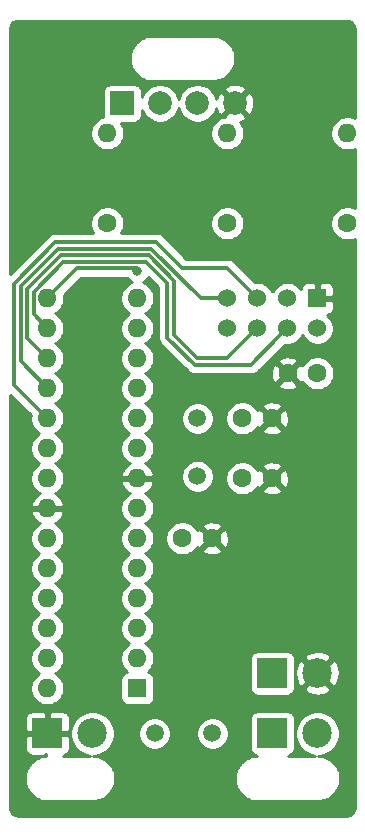
<source format=gbr>
G04 #@! TF.GenerationSoftware,KiCad,Pcbnew,5.1.5-52549c5~84~ubuntu18.04.1*
G04 #@! TF.CreationDate,2020-01-02T13:16:35+00:00*
G04 #@! TF.ProjectId,receiver,72656365-6976-4657-922e-6b696361645f,rev?*
G04 #@! TF.SameCoordinates,Original*
G04 #@! TF.FileFunction,Copper,L2,Bot*
G04 #@! TF.FilePolarity,Positive*
%FSLAX46Y46*%
G04 Gerber Fmt 4.6, Leading zero omitted, Abs format (unit mm)*
G04 Created by KiCad (PCBNEW 5.1.5-52549c5~84~ubuntu18.04.1) date 2020-01-02 13:16:35*
%MOMM*%
%LPD*%
G04 APERTURE LIST*
%ADD10C,1.600000*%
%ADD11R,1.524000X1.524000*%
%ADD12C,1.524000*%
%ADD13R,1.600000X1.600000*%
%ADD14O,1.600000X1.600000*%
%ADD15R,2.499360X2.499360*%
%ADD16C,2.499360*%
%ADD17C,1.500000*%
%ADD18C,1.998980*%
%ADD19R,1.998980X1.998980*%
%ADD20C,0.800000*%
%ADD21C,0.350000*%
%ADD22C,0.254000*%
G04 APERTURE END LIST*
D10*
X121880000Y-107950000D03*
X119380000Y-107950000D03*
D11*
X130810000Y-87630000D03*
D12*
X130810000Y-90170000D03*
X128270000Y-87630000D03*
X128270000Y-90170000D03*
X125730000Y-87630000D03*
X125730000Y-90170000D03*
X123190000Y-87630000D03*
X123190000Y-90170000D03*
D13*
X115570000Y-120650000D03*
D14*
X107950000Y-87630000D03*
X115570000Y-118110000D03*
X107950000Y-90170000D03*
X115570000Y-115570000D03*
X107950000Y-92710000D03*
X115570000Y-113030000D03*
X107950000Y-95250000D03*
X115570000Y-110490000D03*
X107950000Y-97790000D03*
X115570000Y-107950000D03*
X107950000Y-100330000D03*
X115570000Y-105410000D03*
X107950000Y-102870000D03*
X115570000Y-102870000D03*
X107950000Y-105410000D03*
X115570000Y-100330000D03*
X107950000Y-107950000D03*
X115570000Y-97790000D03*
X107950000Y-110490000D03*
X115570000Y-95250000D03*
X107950000Y-113030000D03*
X115570000Y-92710000D03*
X107950000Y-115570000D03*
X115570000Y-90170000D03*
X107950000Y-118110000D03*
X115570000Y-87630000D03*
X107950000Y-120650000D03*
D10*
X126960000Y-102870000D03*
X124460000Y-102870000D03*
X124460000Y-97790000D03*
X126960000Y-97790000D03*
X130810000Y-93980000D03*
X128310000Y-93980000D03*
D15*
X107950000Y-124460000D03*
D16*
X111760000Y-124460000D03*
D15*
X127000000Y-124460000D03*
D16*
X130810000Y-124460000D03*
X130810000Y-119380000D03*
D15*
X127000000Y-119380000D03*
D17*
X120650000Y-102690000D03*
X120650000Y-97790000D03*
X121920000Y-124460000D03*
X117020000Y-124460000D03*
D18*
X123825000Y-71120000D03*
X120650000Y-71120000D03*
X117475000Y-71120000D03*
D19*
X114300000Y-71120000D03*
D10*
X113030000Y-81280000D03*
D14*
X113030000Y-73660000D03*
X123190000Y-73660000D03*
D10*
X123190000Y-81280000D03*
X133350000Y-81280000D03*
D14*
X133350000Y-73660000D03*
D20*
X115570000Y-85314992D03*
D21*
X106774999Y-88994999D02*
X107950000Y-90170000D01*
X106774999Y-87065999D02*
X106774999Y-88994999D01*
X109301007Y-84539990D02*
X106774999Y-87065999D01*
X118110000Y-86359999D02*
X116289991Y-84539990D01*
X116289991Y-84539990D02*
X109301007Y-84539990D01*
X127508001Y-90931999D02*
X128270000Y-90170000D01*
X125179990Y-93260010D02*
X127508001Y-90931999D01*
X120422179Y-93260010D02*
X125179990Y-93260010D01*
X118110000Y-90947831D02*
X120422179Y-93260010D01*
X118110000Y-86359999D02*
X118110000Y-90947831D01*
X106224989Y-90984989D02*
X106224989Y-86838178D01*
X107950000Y-92710000D02*
X106224989Y-90984989D01*
X116517813Y-83989982D02*
X118660010Y-86132179D01*
X106224989Y-86838178D02*
X109073185Y-83989982D01*
X109073185Y-83989982D02*
X116517813Y-83989982D01*
X125730000Y-90170000D02*
X123190000Y-92710000D01*
X123190000Y-92710000D02*
X120650000Y-92710000D01*
X118660010Y-86132179D02*
X118660010Y-90720011D01*
X118660010Y-90720011D02*
X118660011Y-90720011D01*
X118660011Y-90720011D02*
X120650000Y-92710000D01*
X120935662Y-87630000D02*
X123190000Y-87630000D01*
X116745634Y-83439972D02*
X120935662Y-87630000D01*
X108845364Y-83439972D02*
X116745634Y-83439972D01*
X107950000Y-95250000D02*
X105674979Y-92974979D01*
X105674979Y-86610357D02*
X108845364Y-83439972D01*
X105674979Y-92974979D02*
X105674979Y-86610357D01*
X108617543Y-82889962D02*
X117179962Y-82889962D01*
X105124969Y-86382536D02*
X108617543Y-82889962D01*
X107950000Y-97790000D02*
X105124969Y-94964969D01*
X105124969Y-94964969D02*
X105124969Y-86382536D01*
X117179962Y-82889962D02*
X119380000Y-85090000D01*
X125730000Y-87630000D02*
X123190000Y-85090000D01*
X123190000Y-85090000D02*
X119380000Y-85090000D01*
X107950000Y-87630000D02*
X110490000Y-85090000D01*
X110490000Y-85090000D02*
X115345008Y-85090000D01*
X115345008Y-85090000D02*
X115570000Y-85314992D01*
D22*
G36*
X133467869Y-64174722D02*
G01*
X133581246Y-64208953D01*
X133685819Y-64264555D01*
X133777596Y-64339407D01*
X133853091Y-64430664D01*
X133909419Y-64534844D01*
X133944440Y-64647976D01*
X133960000Y-64796022D01*
X133960000Y-72359438D01*
X133768574Y-72280147D01*
X133491335Y-72225000D01*
X133208665Y-72225000D01*
X132931426Y-72280147D01*
X132670273Y-72388320D01*
X132435241Y-72545363D01*
X132235363Y-72745241D01*
X132078320Y-72980273D01*
X131970147Y-73241426D01*
X131915000Y-73518665D01*
X131915000Y-73801335D01*
X131970147Y-74078574D01*
X132078320Y-74339727D01*
X132235363Y-74574759D01*
X132435241Y-74774637D01*
X132670273Y-74931680D01*
X132931426Y-75039853D01*
X133208665Y-75095000D01*
X133491335Y-75095000D01*
X133768574Y-75039853D01*
X133960000Y-74960562D01*
X133960000Y-79979438D01*
X133768574Y-79900147D01*
X133491335Y-79845000D01*
X133208665Y-79845000D01*
X132931426Y-79900147D01*
X132670273Y-80008320D01*
X132435241Y-80165363D01*
X132235363Y-80365241D01*
X132078320Y-80600273D01*
X131970147Y-80861426D01*
X131915000Y-81138665D01*
X131915000Y-81421335D01*
X131970147Y-81698574D01*
X132078320Y-81959727D01*
X132235363Y-82194759D01*
X132435241Y-82394637D01*
X132670273Y-82551680D01*
X132931426Y-82659853D01*
X133208665Y-82715000D01*
X133491335Y-82715000D01*
X133768574Y-82659853D01*
X133960000Y-82580562D01*
X133960001Y-130777711D01*
X133945278Y-130927869D01*
X133911047Y-131041246D01*
X133855446Y-131145817D01*
X133780594Y-131237595D01*
X133689335Y-131313091D01*
X133585160Y-131369419D01*
X133472024Y-131404440D01*
X133323979Y-131420000D01*
X105442279Y-131420000D01*
X105292131Y-131405278D01*
X105178754Y-131371047D01*
X105074183Y-131315446D01*
X104982405Y-131240594D01*
X104906909Y-131149335D01*
X104850581Y-131045160D01*
X104815560Y-130932024D01*
X104800000Y-130783979D01*
X104800000Y-128219049D01*
X106022747Y-128219049D01*
X106023165Y-128278866D01*
X106022747Y-128338682D01*
X106023646Y-128347853D01*
X106049554Y-128594357D01*
X106061588Y-128652983D01*
X106072792Y-128711716D01*
X106075456Y-128720538D01*
X106148751Y-128957314D01*
X106171931Y-129012457D01*
X106194339Y-129067920D01*
X106198665Y-129076054D01*
X106198667Y-129076059D01*
X106198670Y-129076064D01*
X106316553Y-129294086D01*
X106349988Y-129343654D01*
X106382759Y-129393735D01*
X106388584Y-129400876D01*
X106546577Y-129591856D01*
X106589012Y-129633995D01*
X106630875Y-129676745D01*
X106637976Y-129682618D01*
X106830053Y-129839273D01*
X106879875Y-129872374D01*
X106929237Y-129906173D01*
X106937343Y-129910556D01*
X107156191Y-130026919D01*
X107211479Y-130049707D01*
X107266475Y-130073279D01*
X107275278Y-130076003D01*
X107512559Y-130147643D01*
X107571246Y-130159264D01*
X107629752Y-130171700D01*
X107638915Y-130172663D01*
X107638917Y-130172663D01*
X107885595Y-130196850D01*
X107885598Y-130196850D01*
X107917581Y-130200000D01*
X111792419Y-130200000D01*
X111825661Y-130196726D01*
X111842137Y-130196726D01*
X111851302Y-130195763D01*
X112097618Y-130168134D01*
X112156098Y-130155703D01*
X112214808Y-130144079D01*
X112223611Y-130141353D01*
X112459869Y-130066408D01*
X112514824Y-130042854D01*
X112570158Y-130020047D01*
X112578264Y-130015664D01*
X112795466Y-129896256D01*
X112844791Y-129862482D01*
X112894648Y-129829357D01*
X112901749Y-129823483D01*
X113091621Y-129664160D01*
X113133465Y-129621431D01*
X113175918Y-129579273D01*
X113181742Y-129572132D01*
X113337053Y-129378965D01*
X113369814Y-129328901D01*
X113403260Y-129279315D01*
X113407586Y-129271179D01*
X113522418Y-129051524D01*
X113544802Y-128996120D01*
X113568007Y-128940919D01*
X113570670Y-128932097D01*
X113640652Y-128694321D01*
X113651861Y-128635559D01*
X113663890Y-128576962D01*
X113664789Y-128567791D01*
X113687253Y-128320951D01*
X113686835Y-128261135D01*
X113687129Y-128219049D01*
X123802747Y-128219049D01*
X123803165Y-128278866D01*
X123802747Y-128338682D01*
X123803646Y-128347853D01*
X123829554Y-128594357D01*
X123841588Y-128652983D01*
X123852792Y-128711716D01*
X123855456Y-128720538D01*
X123928751Y-128957314D01*
X123951931Y-129012457D01*
X123974339Y-129067920D01*
X123978665Y-129076054D01*
X123978667Y-129076059D01*
X123978670Y-129076064D01*
X124096553Y-129294086D01*
X124129988Y-129343654D01*
X124162759Y-129393735D01*
X124168584Y-129400876D01*
X124326577Y-129591856D01*
X124369012Y-129633995D01*
X124410875Y-129676745D01*
X124417976Y-129682618D01*
X124610053Y-129839273D01*
X124659875Y-129872374D01*
X124709237Y-129906173D01*
X124717343Y-129910556D01*
X124936191Y-130026919D01*
X124991479Y-130049707D01*
X125046475Y-130073279D01*
X125055278Y-130076003D01*
X125292559Y-130147643D01*
X125351246Y-130159264D01*
X125409752Y-130171700D01*
X125418915Y-130172663D01*
X125418917Y-130172663D01*
X125665595Y-130196850D01*
X125665598Y-130196850D01*
X125697581Y-130200000D01*
X130842419Y-130200000D01*
X130875661Y-130196726D01*
X130892137Y-130196726D01*
X130901302Y-130195763D01*
X131147618Y-130168134D01*
X131206098Y-130155703D01*
X131264808Y-130144079D01*
X131273611Y-130141353D01*
X131509869Y-130066408D01*
X131564824Y-130042854D01*
X131620158Y-130020047D01*
X131628264Y-130015664D01*
X131845466Y-129896256D01*
X131894791Y-129862482D01*
X131944648Y-129829357D01*
X131951749Y-129823483D01*
X132141621Y-129664160D01*
X132183465Y-129621431D01*
X132225918Y-129579273D01*
X132231742Y-129572132D01*
X132387053Y-129378965D01*
X132419814Y-129328901D01*
X132453260Y-129279315D01*
X132457586Y-129271179D01*
X132572418Y-129051524D01*
X132594802Y-128996120D01*
X132618007Y-128940919D01*
X132620670Y-128932097D01*
X132690652Y-128694321D01*
X132701861Y-128635559D01*
X132713890Y-128576962D01*
X132714789Y-128567791D01*
X132737253Y-128320951D01*
X132736835Y-128261135D01*
X132737253Y-128201318D01*
X132736354Y-128192147D01*
X132710446Y-127945644D01*
X132698412Y-127887017D01*
X132687208Y-127828284D01*
X132684544Y-127819462D01*
X132611249Y-127582686D01*
X132588074Y-127527555D01*
X132565661Y-127472080D01*
X132561334Y-127463944D01*
X132443446Y-127245914D01*
X132410012Y-127196346D01*
X132377240Y-127146265D01*
X132371416Y-127139124D01*
X132213423Y-126948144D01*
X132170988Y-126906005D01*
X132129125Y-126863255D01*
X132122024Y-126857381D01*
X131929946Y-126700727D01*
X131880169Y-126667655D01*
X131830763Y-126633826D01*
X131822657Y-126629444D01*
X131603809Y-126513081D01*
X131548532Y-126490298D01*
X131493525Y-126466721D01*
X131484722Y-126463997D01*
X131247441Y-126392357D01*
X131188754Y-126380736D01*
X131130248Y-126368300D01*
X131121085Y-126367337D01*
X131121083Y-126367337D01*
X130890009Y-126344680D01*
X130995625Y-126344680D01*
X131359741Y-126272253D01*
X131702731Y-126130182D01*
X132011413Y-125923926D01*
X132273926Y-125661413D01*
X132480182Y-125352731D01*
X132622253Y-125009741D01*
X132694680Y-124645625D01*
X132694680Y-124274375D01*
X132622253Y-123910259D01*
X132480182Y-123567269D01*
X132273926Y-123258587D01*
X132011413Y-122996074D01*
X131702731Y-122789818D01*
X131359741Y-122647747D01*
X130995625Y-122575320D01*
X130624375Y-122575320D01*
X130260259Y-122647747D01*
X129917269Y-122789818D01*
X129608587Y-122996074D01*
X129346074Y-123258587D01*
X129139818Y-123567269D01*
X128997747Y-123910259D01*
X128925320Y-124274375D01*
X128925320Y-124645625D01*
X128997747Y-125009741D01*
X129139818Y-125352731D01*
X129346074Y-125661413D01*
X129608587Y-125923926D01*
X129917269Y-126130182D01*
X130260259Y-126272253D01*
X130600847Y-126340000D01*
X128328390Y-126340000D01*
X128374162Y-126335492D01*
X128493860Y-126299182D01*
X128604174Y-126240217D01*
X128700865Y-126160865D01*
X128780217Y-126064174D01*
X128839182Y-125953860D01*
X128875492Y-125834162D01*
X128887752Y-125709680D01*
X128887752Y-123210320D01*
X128875492Y-123085838D01*
X128839182Y-122966140D01*
X128780217Y-122855826D01*
X128700865Y-122759135D01*
X128604174Y-122679783D01*
X128493860Y-122620818D01*
X128374162Y-122584508D01*
X128249680Y-122572248D01*
X125750320Y-122572248D01*
X125625838Y-122584508D01*
X125506140Y-122620818D01*
X125395826Y-122679783D01*
X125299135Y-122759135D01*
X125219783Y-122855826D01*
X125160818Y-122966140D01*
X125124508Y-123085838D01*
X125112248Y-123210320D01*
X125112248Y-125709680D01*
X125124508Y-125834162D01*
X125160818Y-125953860D01*
X125219783Y-126064174D01*
X125299135Y-126160865D01*
X125395826Y-126240217D01*
X125506140Y-126299182D01*
X125625838Y-126335492D01*
X125684596Y-126341279D01*
X125664339Y-126343274D01*
X125647863Y-126343274D01*
X125638698Y-126344237D01*
X125392382Y-126371866D01*
X125333865Y-126384305D01*
X125275192Y-126395922D01*
X125266389Y-126398647D01*
X125030131Y-126473592D01*
X124975209Y-126497132D01*
X124919842Y-126519952D01*
X124911736Y-126524336D01*
X124694534Y-126643744D01*
X124645171Y-126677543D01*
X124595352Y-126710643D01*
X124588252Y-126716517D01*
X124398379Y-126875839D01*
X124356516Y-126918588D01*
X124314082Y-126960727D01*
X124308258Y-126967868D01*
X124152947Y-127161035D01*
X124120186Y-127211099D01*
X124086740Y-127260685D01*
X124082418Y-127268814D01*
X124082415Y-127268819D01*
X124082414Y-127268822D01*
X123967582Y-127488476D01*
X123945173Y-127543942D01*
X123921994Y-127599081D01*
X123919330Y-127607903D01*
X123849348Y-127845679D01*
X123838139Y-127904441D01*
X123826110Y-127963038D01*
X123825211Y-127972209D01*
X123802747Y-128219049D01*
X113687129Y-128219049D01*
X113687253Y-128201318D01*
X113686354Y-128192147D01*
X113660446Y-127945644D01*
X113648412Y-127887017D01*
X113637208Y-127828284D01*
X113634544Y-127819462D01*
X113561249Y-127582686D01*
X113538074Y-127527555D01*
X113515661Y-127472080D01*
X113511334Y-127463944D01*
X113393446Y-127245914D01*
X113360012Y-127196346D01*
X113327240Y-127146265D01*
X113321416Y-127139124D01*
X113163423Y-126948144D01*
X113120988Y-126906005D01*
X113079125Y-126863255D01*
X113072024Y-126857381D01*
X112879946Y-126700727D01*
X112830169Y-126667655D01*
X112780763Y-126633826D01*
X112772657Y-126629444D01*
X112553809Y-126513081D01*
X112498532Y-126490298D01*
X112443525Y-126466721D01*
X112434722Y-126463997D01*
X112197441Y-126392357D01*
X112138754Y-126380736D01*
X112080248Y-126368300D01*
X112071085Y-126367337D01*
X112071083Y-126367337D01*
X111840009Y-126344680D01*
X111945625Y-126344680D01*
X112309741Y-126272253D01*
X112652731Y-126130182D01*
X112961413Y-125923926D01*
X113223926Y-125661413D01*
X113430182Y-125352731D01*
X113572253Y-125009741D01*
X113644680Y-124645625D01*
X113644680Y-124323589D01*
X115635000Y-124323589D01*
X115635000Y-124596411D01*
X115688225Y-124863989D01*
X115792629Y-125116043D01*
X115944201Y-125342886D01*
X116137114Y-125535799D01*
X116363957Y-125687371D01*
X116616011Y-125791775D01*
X116883589Y-125845000D01*
X117156411Y-125845000D01*
X117423989Y-125791775D01*
X117676043Y-125687371D01*
X117902886Y-125535799D01*
X118095799Y-125342886D01*
X118247371Y-125116043D01*
X118351775Y-124863989D01*
X118405000Y-124596411D01*
X118405000Y-124323589D01*
X120535000Y-124323589D01*
X120535000Y-124596411D01*
X120588225Y-124863989D01*
X120692629Y-125116043D01*
X120844201Y-125342886D01*
X121037114Y-125535799D01*
X121263957Y-125687371D01*
X121516011Y-125791775D01*
X121783589Y-125845000D01*
X122056411Y-125845000D01*
X122323989Y-125791775D01*
X122576043Y-125687371D01*
X122802886Y-125535799D01*
X122995799Y-125342886D01*
X123147371Y-125116043D01*
X123251775Y-124863989D01*
X123305000Y-124596411D01*
X123305000Y-124323589D01*
X123251775Y-124056011D01*
X123147371Y-123803957D01*
X122995799Y-123577114D01*
X122802886Y-123384201D01*
X122576043Y-123232629D01*
X122323989Y-123128225D01*
X122056411Y-123075000D01*
X121783589Y-123075000D01*
X121516011Y-123128225D01*
X121263957Y-123232629D01*
X121037114Y-123384201D01*
X120844201Y-123577114D01*
X120692629Y-123803957D01*
X120588225Y-124056011D01*
X120535000Y-124323589D01*
X118405000Y-124323589D01*
X118351775Y-124056011D01*
X118247371Y-123803957D01*
X118095799Y-123577114D01*
X117902886Y-123384201D01*
X117676043Y-123232629D01*
X117423989Y-123128225D01*
X117156411Y-123075000D01*
X116883589Y-123075000D01*
X116616011Y-123128225D01*
X116363957Y-123232629D01*
X116137114Y-123384201D01*
X115944201Y-123577114D01*
X115792629Y-123803957D01*
X115688225Y-124056011D01*
X115635000Y-124323589D01*
X113644680Y-124323589D01*
X113644680Y-124274375D01*
X113572253Y-123910259D01*
X113430182Y-123567269D01*
X113223926Y-123258587D01*
X112961413Y-122996074D01*
X112652731Y-122789818D01*
X112309741Y-122647747D01*
X111945625Y-122575320D01*
X111574375Y-122575320D01*
X111210259Y-122647747D01*
X110867269Y-122789818D01*
X110558587Y-122996074D01*
X110296074Y-123258587D01*
X110089818Y-123567269D01*
X109947747Y-123910259D01*
X109875320Y-124274375D01*
X109875320Y-124645625D01*
X109947747Y-125009741D01*
X110089818Y-125352731D01*
X110296074Y-125661413D01*
X110558587Y-125923926D01*
X110867269Y-126130182D01*
X111210259Y-126272253D01*
X111550847Y-126340000D01*
X109278390Y-126340000D01*
X109324162Y-126335492D01*
X109443860Y-126299182D01*
X109554174Y-126240217D01*
X109650865Y-126160865D01*
X109730217Y-126064174D01*
X109789182Y-125953860D01*
X109825492Y-125834162D01*
X109837752Y-125709680D01*
X109834680Y-124745750D01*
X109675930Y-124587000D01*
X108077000Y-124587000D01*
X108077000Y-124607000D01*
X107823000Y-124607000D01*
X107823000Y-124587000D01*
X106224070Y-124587000D01*
X106065320Y-124745750D01*
X106062248Y-125709680D01*
X106074508Y-125834162D01*
X106110818Y-125953860D01*
X106169783Y-126064174D01*
X106249135Y-126160865D01*
X106345826Y-126240217D01*
X106456140Y-126299182D01*
X106575838Y-126335492D01*
X106700320Y-126347752D01*
X107664250Y-126344680D01*
X107822998Y-126185932D01*
X107822998Y-126344680D01*
X107854749Y-126344680D01*
X107612382Y-126371866D01*
X107553865Y-126384305D01*
X107495192Y-126395922D01*
X107486389Y-126398647D01*
X107250131Y-126473592D01*
X107195209Y-126497132D01*
X107139842Y-126519952D01*
X107131736Y-126524336D01*
X106914534Y-126643744D01*
X106865171Y-126677543D01*
X106815352Y-126710643D01*
X106808252Y-126716517D01*
X106618379Y-126875839D01*
X106576516Y-126918588D01*
X106534082Y-126960727D01*
X106528258Y-126967868D01*
X106372947Y-127161035D01*
X106340186Y-127211099D01*
X106306740Y-127260685D01*
X106302418Y-127268814D01*
X106302415Y-127268819D01*
X106302414Y-127268822D01*
X106187582Y-127488476D01*
X106165173Y-127543942D01*
X106141994Y-127599081D01*
X106139330Y-127607903D01*
X106069348Y-127845679D01*
X106058139Y-127904441D01*
X106046110Y-127963038D01*
X106045211Y-127972209D01*
X106022747Y-128219049D01*
X104800000Y-128219049D01*
X104800000Y-123210320D01*
X106062248Y-123210320D01*
X106065320Y-124174250D01*
X106224070Y-124333000D01*
X107823000Y-124333000D01*
X107823000Y-122734070D01*
X108077000Y-122734070D01*
X108077000Y-124333000D01*
X109675930Y-124333000D01*
X109834680Y-124174250D01*
X109837752Y-123210320D01*
X109825492Y-123085838D01*
X109789182Y-122966140D01*
X109730217Y-122855826D01*
X109650865Y-122759135D01*
X109554174Y-122679783D01*
X109443860Y-122620818D01*
X109324162Y-122584508D01*
X109199680Y-122572248D01*
X108235750Y-122575320D01*
X108077000Y-122734070D01*
X107823000Y-122734070D01*
X107664250Y-122575320D01*
X106700320Y-122572248D01*
X106575838Y-122584508D01*
X106456140Y-122620818D01*
X106345826Y-122679783D01*
X106249135Y-122759135D01*
X106169783Y-122855826D01*
X106110818Y-122966140D01*
X106074508Y-123085838D01*
X106062248Y-123210320D01*
X104800000Y-123210320D01*
X104800000Y-107808665D01*
X106515000Y-107808665D01*
X106515000Y-108091335D01*
X106570147Y-108368574D01*
X106678320Y-108629727D01*
X106835363Y-108864759D01*
X107035241Y-109064637D01*
X107267759Y-109220000D01*
X107035241Y-109375363D01*
X106835363Y-109575241D01*
X106678320Y-109810273D01*
X106570147Y-110071426D01*
X106515000Y-110348665D01*
X106515000Y-110631335D01*
X106570147Y-110908574D01*
X106678320Y-111169727D01*
X106835363Y-111404759D01*
X107035241Y-111604637D01*
X107267759Y-111760000D01*
X107035241Y-111915363D01*
X106835363Y-112115241D01*
X106678320Y-112350273D01*
X106570147Y-112611426D01*
X106515000Y-112888665D01*
X106515000Y-113171335D01*
X106570147Y-113448574D01*
X106678320Y-113709727D01*
X106835363Y-113944759D01*
X107035241Y-114144637D01*
X107267759Y-114300000D01*
X107035241Y-114455363D01*
X106835363Y-114655241D01*
X106678320Y-114890273D01*
X106570147Y-115151426D01*
X106515000Y-115428665D01*
X106515000Y-115711335D01*
X106570147Y-115988574D01*
X106678320Y-116249727D01*
X106835363Y-116484759D01*
X107035241Y-116684637D01*
X107267759Y-116840000D01*
X107035241Y-116995363D01*
X106835363Y-117195241D01*
X106678320Y-117430273D01*
X106570147Y-117691426D01*
X106515000Y-117968665D01*
X106515000Y-118251335D01*
X106570147Y-118528574D01*
X106678320Y-118789727D01*
X106835363Y-119024759D01*
X107035241Y-119224637D01*
X107267759Y-119380000D01*
X107035241Y-119535363D01*
X106835363Y-119735241D01*
X106678320Y-119970273D01*
X106570147Y-120231426D01*
X106515000Y-120508665D01*
X106515000Y-120791335D01*
X106570147Y-121068574D01*
X106678320Y-121329727D01*
X106835363Y-121564759D01*
X107035241Y-121764637D01*
X107270273Y-121921680D01*
X107531426Y-122029853D01*
X107808665Y-122085000D01*
X108091335Y-122085000D01*
X108368574Y-122029853D01*
X108629727Y-121921680D01*
X108864759Y-121764637D01*
X109064637Y-121564759D01*
X109221680Y-121329727D01*
X109329853Y-121068574D01*
X109385000Y-120791335D01*
X109385000Y-120508665D01*
X109329853Y-120231426D01*
X109221680Y-119970273D01*
X109141317Y-119850000D01*
X114131928Y-119850000D01*
X114131928Y-121450000D01*
X114144188Y-121574482D01*
X114180498Y-121694180D01*
X114239463Y-121804494D01*
X114318815Y-121901185D01*
X114415506Y-121980537D01*
X114525820Y-122039502D01*
X114645518Y-122075812D01*
X114770000Y-122088072D01*
X116370000Y-122088072D01*
X116494482Y-122075812D01*
X116614180Y-122039502D01*
X116724494Y-121980537D01*
X116821185Y-121901185D01*
X116900537Y-121804494D01*
X116959502Y-121694180D01*
X116995812Y-121574482D01*
X117008072Y-121450000D01*
X117008072Y-119850000D01*
X116995812Y-119725518D01*
X116959502Y-119605820D01*
X116900537Y-119495506D01*
X116821185Y-119398815D01*
X116724494Y-119319463D01*
X116614180Y-119260498D01*
X116494482Y-119224188D01*
X116486039Y-119223357D01*
X116684637Y-119024759D01*
X116841680Y-118789727D01*
X116949853Y-118528574D01*
X117005000Y-118251335D01*
X117005000Y-118130320D01*
X125112248Y-118130320D01*
X125112248Y-120629680D01*
X125124508Y-120754162D01*
X125160818Y-120873860D01*
X125219783Y-120984174D01*
X125299135Y-121080865D01*
X125395826Y-121160217D01*
X125506140Y-121219182D01*
X125625838Y-121255492D01*
X125750320Y-121267752D01*
X128249680Y-121267752D01*
X128374162Y-121255492D01*
X128493860Y-121219182D01*
X128604174Y-121160217D01*
X128700865Y-121080865D01*
X128780217Y-120984174D01*
X128839182Y-120873860D01*
X128875492Y-120754162D01*
X128881478Y-120693377D01*
X129676229Y-120693377D01*
X129802104Y-120983315D01*
X130134262Y-121149139D01*
X130492387Y-121246975D01*
X130862719Y-121273065D01*
X131231025Y-121226405D01*
X131583151Y-121108789D01*
X131817896Y-120983315D01*
X131943771Y-120693377D01*
X130810000Y-119559605D01*
X129676229Y-120693377D01*
X128881478Y-120693377D01*
X128887752Y-120629680D01*
X128887752Y-119432719D01*
X128916935Y-119432719D01*
X128963595Y-119801025D01*
X129081211Y-120153151D01*
X129206685Y-120387896D01*
X129496623Y-120513771D01*
X130630395Y-119380000D01*
X130989605Y-119380000D01*
X132123377Y-120513771D01*
X132413315Y-120387896D01*
X132579139Y-120055738D01*
X132676975Y-119697613D01*
X132703065Y-119327281D01*
X132656405Y-118958975D01*
X132538789Y-118606849D01*
X132413315Y-118372104D01*
X132123377Y-118246229D01*
X130989605Y-119380000D01*
X130630395Y-119380000D01*
X129496623Y-118246229D01*
X129206685Y-118372104D01*
X129040861Y-118704262D01*
X128943025Y-119062387D01*
X128916935Y-119432719D01*
X128887752Y-119432719D01*
X128887752Y-118130320D01*
X128881479Y-118066623D01*
X129676229Y-118066623D01*
X130810000Y-119200395D01*
X131943771Y-118066623D01*
X131817896Y-117776685D01*
X131485738Y-117610861D01*
X131127613Y-117513025D01*
X130757281Y-117486935D01*
X130388975Y-117533595D01*
X130036849Y-117651211D01*
X129802104Y-117776685D01*
X129676229Y-118066623D01*
X128881479Y-118066623D01*
X128875492Y-118005838D01*
X128839182Y-117886140D01*
X128780217Y-117775826D01*
X128700865Y-117679135D01*
X128604174Y-117599783D01*
X128493860Y-117540818D01*
X128374162Y-117504508D01*
X128249680Y-117492248D01*
X125750320Y-117492248D01*
X125625838Y-117504508D01*
X125506140Y-117540818D01*
X125395826Y-117599783D01*
X125299135Y-117679135D01*
X125219783Y-117775826D01*
X125160818Y-117886140D01*
X125124508Y-118005838D01*
X125112248Y-118130320D01*
X117005000Y-118130320D01*
X117005000Y-117968665D01*
X116949853Y-117691426D01*
X116841680Y-117430273D01*
X116684637Y-117195241D01*
X116484759Y-116995363D01*
X116252241Y-116840000D01*
X116484759Y-116684637D01*
X116684637Y-116484759D01*
X116841680Y-116249727D01*
X116949853Y-115988574D01*
X117005000Y-115711335D01*
X117005000Y-115428665D01*
X116949853Y-115151426D01*
X116841680Y-114890273D01*
X116684637Y-114655241D01*
X116484759Y-114455363D01*
X116252241Y-114300000D01*
X116484759Y-114144637D01*
X116684637Y-113944759D01*
X116841680Y-113709727D01*
X116949853Y-113448574D01*
X117005000Y-113171335D01*
X117005000Y-112888665D01*
X116949853Y-112611426D01*
X116841680Y-112350273D01*
X116684637Y-112115241D01*
X116484759Y-111915363D01*
X116252241Y-111760000D01*
X116484759Y-111604637D01*
X116684637Y-111404759D01*
X116841680Y-111169727D01*
X116949853Y-110908574D01*
X117005000Y-110631335D01*
X117005000Y-110348665D01*
X116949853Y-110071426D01*
X116841680Y-109810273D01*
X116684637Y-109575241D01*
X116484759Y-109375363D01*
X116252241Y-109220000D01*
X116484759Y-109064637D01*
X116684637Y-108864759D01*
X116841680Y-108629727D01*
X116949853Y-108368574D01*
X117005000Y-108091335D01*
X117005000Y-107808665D01*
X117945000Y-107808665D01*
X117945000Y-108091335D01*
X118000147Y-108368574D01*
X118108320Y-108629727D01*
X118265363Y-108864759D01*
X118465241Y-109064637D01*
X118700273Y-109221680D01*
X118961426Y-109329853D01*
X119238665Y-109385000D01*
X119521335Y-109385000D01*
X119798574Y-109329853D01*
X120059727Y-109221680D01*
X120294759Y-109064637D01*
X120416694Y-108942702D01*
X121066903Y-108942702D01*
X121138486Y-109186671D01*
X121393996Y-109307571D01*
X121668184Y-109376300D01*
X121950512Y-109390217D01*
X122230130Y-109348787D01*
X122496292Y-109253603D01*
X122621514Y-109186671D01*
X122693097Y-108942702D01*
X121880000Y-108129605D01*
X121066903Y-108942702D01*
X120416694Y-108942702D01*
X120494637Y-108864759D01*
X120628692Y-108664131D01*
X120643329Y-108691514D01*
X120887298Y-108763097D01*
X121700395Y-107950000D01*
X122059605Y-107950000D01*
X122872702Y-108763097D01*
X123116671Y-108691514D01*
X123237571Y-108436004D01*
X123306300Y-108161816D01*
X123320217Y-107879488D01*
X123278787Y-107599870D01*
X123183603Y-107333708D01*
X123116671Y-107208486D01*
X122872702Y-107136903D01*
X122059605Y-107950000D01*
X121700395Y-107950000D01*
X120887298Y-107136903D01*
X120643329Y-107208486D01*
X120629676Y-107237341D01*
X120494637Y-107035241D01*
X120416694Y-106957298D01*
X121066903Y-106957298D01*
X121880000Y-107770395D01*
X122693097Y-106957298D01*
X122621514Y-106713329D01*
X122366004Y-106592429D01*
X122091816Y-106523700D01*
X121809488Y-106509783D01*
X121529870Y-106551213D01*
X121263708Y-106646397D01*
X121138486Y-106713329D01*
X121066903Y-106957298D01*
X120416694Y-106957298D01*
X120294759Y-106835363D01*
X120059727Y-106678320D01*
X119798574Y-106570147D01*
X119521335Y-106515000D01*
X119238665Y-106515000D01*
X118961426Y-106570147D01*
X118700273Y-106678320D01*
X118465241Y-106835363D01*
X118265363Y-107035241D01*
X118108320Y-107270273D01*
X118000147Y-107531426D01*
X117945000Y-107808665D01*
X117005000Y-107808665D01*
X116949853Y-107531426D01*
X116841680Y-107270273D01*
X116684637Y-107035241D01*
X116484759Y-106835363D01*
X116252241Y-106680000D01*
X116484759Y-106524637D01*
X116684637Y-106324759D01*
X116841680Y-106089727D01*
X116949853Y-105828574D01*
X117005000Y-105551335D01*
X117005000Y-105268665D01*
X116949853Y-104991426D01*
X116841680Y-104730273D01*
X116684637Y-104495241D01*
X116484759Y-104295363D01*
X116249727Y-104138320D01*
X116239135Y-104133933D01*
X116425131Y-104022385D01*
X116633519Y-103833414D01*
X116801037Y-103607420D01*
X116921246Y-103353087D01*
X116961904Y-103219039D01*
X116839915Y-102997000D01*
X115697000Y-102997000D01*
X115697000Y-103017000D01*
X115443000Y-103017000D01*
X115443000Y-102997000D01*
X114300085Y-102997000D01*
X114178096Y-103219039D01*
X114218754Y-103353087D01*
X114338963Y-103607420D01*
X114506481Y-103833414D01*
X114714869Y-104022385D01*
X114900865Y-104133933D01*
X114890273Y-104138320D01*
X114655241Y-104295363D01*
X114455363Y-104495241D01*
X114298320Y-104730273D01*
X114190147Y-104991426D01*
X114135000Y-105268665D01*
X114135000Y-105551335D01*
X114190147Y-105828574D01*
X114298320Y-106089727D01*
X114455363Y-106324759D01*
X114655241Y-106524637D01*
X114887759Y-106680000D01*
X114655241Y-106835363D01*
X114455363Y-107035241D01*
X114298320Y-107270273D01*
X114190147Y-107531426D01*
X114135000Y-107808665D01*
X114135000Y-108091335D01*
X114190147Y-108368574D01*
X114298320Y-108629727D01*
X114455363Y-108864759D01*
X114655241Y-109064637D01*
X114887759Y-109220000D01*
X114655241Y-109375363D01*
X114455363Y-109575241D01*
X114298320Y-109810273D01*
X114190147Y-110071426D01*
X114135000Y-110348665D01*
X114135000Y-110631335D01*
X114190147Y-110908574D01*
X114298320Y-111169727D01*
X114455363Y-111404759D01*
X114655241Y-111604637D01*
X114887759Y-111760000D01*
X114655241Y-111915363D01*
X114455363Y-112115241D01*
X114298320Y-112350273D01*
X114190147Y-112611426D01*
X114135000Y-112888665D01*
X114135000Y-113171335D01*
X114190147Y-113448574D01*
X114298320Y-113709727D01*
X114455363Y-113944759D01*
X114655241Y-114144637D01*
X114887759Y-114300000D01*
X114655241Y-114455363D01*
X114455363Y-114655241D01*
X114298320Y-114890273D01*
X114190147Y-115151426D01*
X114135000Y-115428665D01*
X114135000Y-115711335D01*
X114190147Y-115988574D01*
X114298320Y-116249727D01*
X114455363Y-116484759D01*
X114655241Y-116684637D01*
X114887759Y-116840000D01*
X114655241Y-116995363D01*
X114455363Y-117195241D01*
X114298320Y-117430273D01*
X114190147Y-117691426D01*
X114135000Y-117968665D01*
X114135000Y-118251335D01*
X114190147Y-118528574D01*
X114298320Y-118789727D01*
X114455363Y-119024759D01*
X114653961Y-119223357D01*
X114645518Y-119224188D01*
X114525820Y-119260498D01*
X114415506Y-119319463D01*
X114318815Y-119398815D01*
X114239463Y-119495506D01*
X114180498Y-119605820D01*
X114144188Y-119725518D01*
X114131928Y-119850000D01*
X109141317Y-119850000D01*
X109064637Y-119735241D01*
X108864759Y-119535363D01*
X108632241Y-119380000D01*
X108864759Y-119224637D01*
X109064637Y-119024759D01*
X109221680Y-118789727D01*
X109329853Y-118528574D01*
X109385000Y-118251335D01*
X109385000Y-117968665D01*
X109329853Y-117691426D01*
X109221680Y-117430273D01*
X109064637Y-117195241D01*
X108864759Y-116995363D01*
X108632241Y-116840000D01*
X108864759Y-116684637D01*
X109064637Y-116484759D01*
X109221680Y-116249727D01*
X109329853Y-115988574D01*
X109385000Y-115711335D01*
X109385000Y-115428665D01*
X109329853Y-115151426D01*
X109221680Y-114890273D01*
X109064637Y-114655241D01*
X108864759Y-114455363D01*
X108632241Y-114300000D01*
X108864759Y-114144637D01*
X109064637Y-113944759D01*
X109221680Y-113709727D01*
X109329853Y-113448574D01*
X109385000Y-113171335D01*
X109385000Y-112888665D01*
X109329853Y-112611426D01*
X109221680Y-112350273D01*
X109064637Y-112115241D01*
X108864759Y-111915363D01*
X108632241Y-111760000D01*
X108864759Y-111604637D01*
X109064637Y-111404759D01*
X109221680Y-111169727D01*
X109329853Y-110908574D01*
X109385000Y-110631335D01*
X109385000Y-110348665D01*
X109329853Y-110071426D01*
X109221680Y-109810273D01*
X109064637Y-109575241D01*
X108864759Y-109375363D01*
X108632241Y-109220000D01*
X108864759Y-109064637D01*
X109064637Y-108864759D01*
X109221680Y-108629727D01*
X109329853Y-108368574D01*
X109385000Y-108091335D01*
X109385000Y-107808665D01*
X109329853Y-107531426D01*
X109221680Y-107270273D01*
X109064637Y-107035241D01*
X108864759Y-106835363D01*
X108629727Y-106678320D01*
X108619135Y-106673933D01*
X108805131Y-106562385D01*
X109013519Y-106373414D01*
X109181037Y-106147420D01*
X109301246Y-105893087D01*
X109341904Y-105759039D01*
X109219915Y-105537000D01*
X108077000Y-105537000D01*
X108077000Y-105557000D01*
X107823000Y-105557000D01*
X107823000Y-105537000D01*
X106680085Y-105537000D01*
X106558096Y-105759039D01*
X106598754Y-105893087D01*
X106718963Y-106147420D01*
X106886481Y-106373414D01*
X107094869Y-106562385D01*
X107280865Y-106673933D01*
X107270273Y-106678320D01*
X107035241Y-106835363D01*
X106835363Y-107035241D01*
X106678320Y-107270273D01*
X106570147Y-107531426D01*
X106515000Y-107808665D01*
X104800000Y-107808665D01*
X104800000Y-95785512D01*
X106539580Y-97525093D01*
X106515000Y-97648665D01*
X106515000Y-97931335D01*
X106570147Y-98208574D01*
X106678320Y-98469727D01*
X106835363Y-98704759D01*
X107035241Y-98904637D01*
X107267759Y-99060000D01*
X107035241Y-99215363D01*
X106835363Y-99415241D01*
X106678320Y-99650273D01*
X106570147Y-99911426D01*
X106515000Y-100188665D01*
X106515000Y-100471335D01*
X106570147Y-100748574D01*
X106678320Y-101009727D01*
X106835363Y-101244759D01*
X107035241Y-101444637D01*
X107267759Y-101600000D01*
X107035241Y-101755363D01*
X106835363Y-101955241D01*
X106678320Y-102190273D01*
X106570147Y-102451426D01*
X106515000Y-102728665D01*
X106515000Y-103011335D01*
X106570147Y-103288574D01*
X106678320Y-103549727D01*
X106835363Y-103784759D01*
X107035241Y-103984637D01*
X107270273Y-104141680D01*
X107280865Y-104146067D01*
X107094869Y-104257615D01*
X106886481Y-104446586D01*
X106718963Y-104672580D01*
X106598754Y-104926913D01*
X106558096Y-105060961D01*
X106680085Y-105283000D01*
X107823000Y-105283000D01*
X107823000Y-105263000D01*
X108077000Y-105263000D01*
X108077000Y-105283000D01*
X109219915Y-105283000D01*
X109341904Y-105060961D01*
X109301246Y-104926913D01*
X109181037Y-104672580D01*
X109013519Y-104446586D01*
X108805131Y-104257615D01*
X108619135Y-104146067D01*
X108629727Y-104141680D01*
X108864759Y-103984637D01*
X109064637Y-103784759D01*
X109221680Y-103549727D01*
X109329853Y-103288574D01*
X109385000Y-103011335D01*
X109385000Y-102728665D01*
X109329853Y-102451426D01*
X109221680Y-102190273D01*
X109064637Y-101955241D01*
X108864759Y-101755363D01*
X108632241Y-101600000D01*
X108864759Y-101444637D01*
X109064637Y-101244759D01*
X109221680Y-101009727D01*
X109329853Y-100748574D01*
X109385000Y-100471335D01*
X109385000Y-100188665D01*
X109329853Y-99911426D01*
X109221680Y-99650273D01*
X109064637Y-99415241D01*
X108864759Y-99215363D01*
X108632241Y-99060000D01*
X108864759Y-98904637D01*
X109064637Y-98704759D01*
X109221680Y-98469727D01*
X109329853Y-98208574D01*
X109385000Y-97931335D01*
X109385000Y-97648665D01*
X109329853Y-97371426D01*
X109221680Y-97110273D01*
X109064637Y-96875241D01*
X108864759Y-96675363D01*
X108632241Y-96520000D01*
X108864759Y-96364637D01*
X109064637Y-96164759D01*
X109221680Y-95929727D01*
X109329853Y-95668574D01*
X109385000Y-95391335D01*
X109385000Y-95108665D01*
X109329853Y-94831426D01*
X109221680Y-94570273D01*
X109064637Y-94335241D01*
X108864759Y-94135363D01*
X108632241Y-93980000D01*
X108864759Y-93824637D01*
X109064637Y-93624759D01*
X109221680Y-93389727D01*
X109329853Y-93128574D01*
X109385000Y-92851335D01*
X109385000Y-92568665D01*
X109329853Y-92291426D01*
X109221680Y-92030273D01*
X109064637Y-91795241D01*
X108864759Y-91595363D01*
X108632241Y-91440000D01*
X108864759Y-91284637D01*
X109064637Y-91084759D01*
X109221680Y-90849727D01*
X109329853Y-90588574D01*
X109385000Y-90311335D01*
X109385000Y-90028665D01*
X109329853Y-89751426D01*
X109221680Y-89490273D01*
X109064637Y-89255241D01*
X108864759Y-89055363D01*
X108632241Y-88900000D01*
X108864759Y-88744637D01*
X109064637Y-88544759D01*
X109221680Y-88309727D01*
X109329853Y-88048574D01*
X109385000Y-87771335D01*
X109385000Y-87488665D01*
X109360420Y-87365093D01*
X110825513Y-85900000D01*
X114716106Y-85900000D01*
X114766063Y-85974766D01*
X114910226Y-86118929D01*
X115079744Y-86232197D01*
X115137252Y-86256018D01*
X114890273Y-86358320D01*
X114655241Y-86515363D01*
X114455363Y-86715241D01*
X114298320Y-86950273D01*
X114190147Y-87211426D01*
X114135000Y-87488665D01*
X114135000Y-87771335D01*
X114190147Y-88048574D01*
X114298320Y-88309727D01*
X114455363Y-88544759D01*
X114655241Y-88744637D01*
X114887759Y-88900000D01*
X114655241Y-89055363D01*
X114455363Y-89255241D01*
X114298320Y-89490273D01*
X114190147Y-89751426D01*
X114135000Y-90028665D01*
X114135000Y-90311335D01*
X114190147Y-90588574D01*
X114298320Y-90849727D01*
X114455363Y-91084759D01*
X114655241Y-91284637D01*
X114887759Y-91440000D01*
X114655241Y-91595363D01*
X114455363Y-91795241D01*
X114298320Y-92030273D01*
X114190147Y-92291426D01*
X114135000Y-92568665D01*
X114135000Y-92851335D01*
X114190147Y-93128574D01*
X114298320Y-93389727D01*
X114455363Y-93624759D01*
X114655241Y-93824637D01*
X114887759Y-93980000D01*
X114655241Y-94135363D01*
X114455363Y-94335241D01*
X114298320Y-94570273D01*
X114190147Y-94831426D01*
X114135000Y-95108665D01*
X114135000Y-95391335D01*
X114190147Y-95668574D01*
X114298320Y-95929727D01*
X114455363Y-96164759D01*
X114655241Y-96364637D01*
X114887759Y-96520000D01*
X114655241Y-96675363D01*
X114455363Y-96875241D01*
X114298320Y-97110273D01*
X114190147Y-97371426D01*
X114135000Y-97648665D01*
X114135000Y-97931335D01*
X114190147Y-98208574D01*
X114298320Y-98469727D01*
X114455363Y-98704759D01*
X114655241Y-98904637D01*
X114887759Y-99060000D01*
X114655241Y-99215363D01*
X114455363Y-99415241D01*
X114298320Y-99650273D01*
X114190147Y-99911426D01*
X114135000Y-100188665D01*
X114135000Y-100471335D01*
X114190147Y-100748574D01*
X114298320Y-101009727D01*
X114455363Y-101244759D01*
X114655241Y-101444637D01*
X114890273Y-101601680D01*
X114900865Y-101606067D01*
X114714869Y-101717615D01*
X114506481Y-101906586D01*
X114338963Y-102132580D01*
X114218754Y-102386913D01*
X114178096Y-102520961D01*
X114300085Y-102743000D01*
X115443000Y-102743000D01*
X115443000Y-102723000D01*
X115697000Y-102723000D01*
X115697000Y-102743000D01*
X116839915Y-102743000D01*
X116943978Y-102553589D01*
X119265000Y-102553589D01*
X119265000Y-102826411D01*
X119318225Y-103093989D01*
X119422629Y-103346043D01*
X119574201Y-103572886D01*
X119767114Y-103765799D01*
X119993957Y-103917371D01*
X120246011Y-104021775D01*
X120513589Y-104075000D01*
X120786411Y-104075000D01*
X121053989Y-104021775D01*
X121306043Y-103917371D01*
X121532886Y-103765799D01*
X121725799Y-103572886D01*
X121877371Y-103346043D01*
X121981775Y-103093989D01*
X122035000Y-102826411D01*
X122035000Y-102728665D01*
X123025000Y-102728665D01*
X123025000Y-103011335D01*
X123080147Y-103288574D01*
X123188320Y-103549727D01*
X123345363Y-103784759D01*
X123545241Y-103984637D01*
X123780273Y-104141680D01*
X124041426Y-104249853D01*
X124318665Y-104305000D01*
X124601335Y-104305000D01*
X124878574Y-104249853D01*
X125139727Y-104141680D01*
X125374759Y-103984637D01*
X125496694Y-103862702D01*
X126146903Y-103862702D01*
X126218486Y-104106671D01*
X126473996Y-104227571D01*
X126748184Y-104296300D01*
X127030512Y-104310217D01*
X127310130Y-104268787D01*
X127576292Y-104173603D01*
X127701514Y-104106671D01*
X127773097Y-103862702D01*
X126960000Y-103049605D01*
X126146903Y-103862702D01*
X125496694Y-103862702D01*
X125574637Y-103784759D01*
X125708692Y-103584131D01*
X125723329Y-103611514D01*
X125967298Y-103683097D01*
X126780395Y-102870000D01*
X127139605Y-102870000D01*
X127952702Y-103683097D01*
X128196671Y-103611514D01*
X128317571Y-103356004D01*
X128386300Y-103081816D01*
X128400217Y-102799488D01*
X128358787Y-102519870D01*
X128263603Y-102253708D01*
X128196671Y-102128486D01*
X127952702Y-102056903D01*
X127139605Y-102870000D01*
X126780395Y-102870000D01*
X125967298Y-102056903D01*
X125723329Y-102128486D01*
X125709676Y-102157341D01*
X125574637Y-101955241D01*
X125496694Y-101877298D01*
X126146903Y-101877298D01*
X126960000Y-102690395D01*
X127773097Y-101877298D01*
X127701514Y-101633329D01*
X127446004Y-101512429D01*
X127171816Y-101443700D01*
X126889488Y-101429783D01*
X126609870Y-101471213D01*
X126343708Y-101566397D01*
X126218486Y-101633329D01*
X126146903Y-101877298D01*
X125496694Y-101877298D01*
X125374759Y-101755363D01*
X125139727Y-101598320D01*
X124878574Y-101490147D01*
X124601335Y-101435000D01*
X124318665Y-101435000D01*
X124041426Y-101490147D01*
X123780273Y-101598320D01*
X123545241Y-101755363D01*
X123345363Y-101955241D01*
X123188320Y-102190273D01*
X123080147Y-102451426D01*
X123025000Y-102728665D01*
X122035000Y-102728665D01*
X122035000Y-102553589D01*
X121981775Y-102286011D01*
X121877371Y-102033957D01*
X121725799Y-101807114D01*
X121532886Y-101614201D01*
X121306043Y-101462629D01*
X121053989Y-101358225D01*
X120786411Y-101305000D01*
X120513589Y-101305000D01*
X120246011Y-101358225D01*
X119993957Y-101462629D01*
X119767114Y-101614201D01*
X119574201Y-101807114D01*
X119422629Y-102033957D01*
X119318225Y-102286011D01*
X119265000Y-102553589D01*
X116943978Y-102553589D01*
X116961904Y-102520961D01*
X116921246Y-102386913D01*
X116801037Y-102132580D01*
X116633519Y-101906586D01*
X116425131Y-101717615D01*
X116239135Y-101606067D01*
X116249727Y-101601680D01*
X116484759Y-101444637D01*
X116684637Y-101244759D01*
X116841680Y-101009727D01*
X116949853Y-100748574D01*
X117005000Y-100471335D01*
X117005000Y-100188665D01*
X116949853Y-99911426D01*
X116841680Y-99650273D01*
X116684637Y-99415241D01*
X116484759Y-99215363D01*
X116252241Y-99060000D01*
X116484759Y-98904637D01*
X116684637Y-98704759D01*
X116841680Y-98469727D01*
X116949853Y-98208574D01*
X117005000Y-97931335D01*
X117005000Y-97653589D01*
X119265000Y-97653589D01*
X119265000Y-97926411D01*
X119318225Y-98193989D01*
X119422629Y-98446043D01*
X119574201Y-98672886D01*
X119767114Y-98865799D01*
X119993957Y-99017371D01*
X120246011Y-99121775D01*
X120513589Y-99175000D01*
X120786411Y-99175000D01*
X121053989Y-99121775D01*
X121306043Y-99017371D01*
X121532886Y-98865799D01*
X121725799Y-98672886D01*
X121877371Y-98446043D01*
X121981775Y-98193989D01*
X122035000Y-97926411D01*
X122035000Y-97653589D01*
X122034021Y-97648665D01*
X123025000Y-97648665D01*
X123025000Y-97931335D01*
X123080147Y-98208574D01*
X123188320Y-98469727D01*
X123345363Y-98704759D01*
X123545241Y-98904637D01*
X123780273Y-99061680D01*
X124041426Y-99169853D01*
X124318665Y-99225000D01*
X124601335Y-99225000D01*
X124878574Y-99169853D01*
X125139727Y-99061680D01*
X125374759Y-98904637D01*
X125496694Y-98782702D01*
X126146903Y-98782702D01*
X126218486Y-99026671D01*
X126473996Y-99147571D01*
X126748184Y-99216300D01*
X127030512Y-99230217D01*
X127310130Y-99188787D01*
X127576292Y-99093603D01*
X127701514Y-99026671D01*
X127773097Y-98782702D01*
X126960000Y-97969605D01*
X126146903Y-98782702D01*
X125496694Y-98782702D01*
X125574637Y-98704759D01*
X125708692Y-98504131D01*
X125723329Y-98531514D01*
X125967298Y-98603097D01*
X126780395Y-97790000D01*
X127139605Y-97790000D01*
X127952702Y-98603097D01*
X128196671Y-98531514D01*
X128317571Y-98276004D01*
X128386300Y-98001816D01*
X128400217Y-97719488D01*
X128358787Y-97439870D01*
X128263603Y-97173708D01*
X128196671Y-97048486D01*
X127952702Y-96976903D01*
X127139605Y-97790000D01*
X126780395Y-97790000D01*
X125967298Y-96976903D01*
X125723329Y-97048486D01*
X125709676Y-97077341D01*
X125574637Y-96875241D01*
X125496694Y-96797298D01*
X126146903Y-96797298D01*
X126960000Y-97610395D01*
X127773097Y-96797298D01*
X127701514Y-96553329D01*
X127446004Y-96432429D01*
X127171816Y-96363700D01*
X126889488Y-96349783D01*
X126609870Y-96391213D01*
X126343708Y-96486397D01*
X126218486Y-96553329D01*
X126146903Y-96797298D01*
X125496694Y-96797298D01*
X125374759Y-96675363D01*
X125139727Y-96518320D01*
X124878574Y-96410147D01*
X124601335Y-96355000D01*
X124318665Y-96355000D01*
X124041426Y-96410147D01*
X123780273Y-96518320D01*
X123545241Y-96675363D01*
X123345363Y-96875241D01*
X123188320Y-97110273D01*
X123080147Y-97371426D01*
X123025000Y-97648665D01*
X122034021Y-97648665D01*
X121981775Y-97386011D01*
X121877371Y-97133957D01*
X121725799Y-96907114D01*
X121532886Y-96714201D01*
X121306043Y-96562629D01*
X121053989Y-96458225D01*
X120786411Y-96405000D01*
X120513589Y-96405000D01*
X120246011Y-96458225D01*
X119993957Y-96562629D01*
X119767114Y-96714201D01*
X119574201Y-96907114D01*
X119422629Y-97133957D01*
X119318225Y-97386011D01*
X119265000Y-97653589D01*
X117005000Y-97653589D01*
X117005000Y-97648665D01*
X116949853Y-97371426D01*
X116841680Y-97110273D01*
X116684637Y-96875241D01*
X116484759Y-96675363D01*
X116252241Y-96520000D01*
X116484759Y-96364637D01*
X116684637Y-96164759D01*
X116841680Y-95929727D01*
X116949853Y-95668574D01*
X117005000Y-95391335D01*
X117005000Y-95108665D01*
X116977955Y-94972702D01*
X127496903Y-94972702D01*
X127568486Y-95216671D01*
X127823996Y-95337571D01*
X128098184Y-95406300D01*
X128380512Y-95420217D01*
X128660130Y-95378787D01*
X128926292Y-95283603D01*
X129051514Y-95216671D01*
X129123097Y-94972702D01*
X128310000Y-94159605D01*
X127496903Y-94972702D01*
X116977955Y-94972702D01*
X116949853Y-94831426D01*
X116841680Y-94570273D01*
X116684637Y-94335241D01*
X116484759Y-94135363D01*
X116252241Y-93980000D01*
X116484759Y-93824637D01*
X116684637Y-93624759D01*
X116841680Y-93389727D01*
X116949853Y-93128574D01*
X117005000Y-92851335D01*
X117005000Y-92568665D01*
X116949853Y-92291426D01*
X116841680Y-92030273D01*
X116684637Y-91795241D01*
X116484759Y-91595363D01*
X116252241Y-91440000D01*
X116484759Y-91284637D01*
X116684637Y-91084759D01*
X116841680Y-90849727D01*
X116949853Y-90588574D01*
X117005000Y-90311335D01*
X117005000Y-90028665D01*
X116949853Y-89751426D01*
X116841680Y-89490273D01*
X116684637Y-89255241D01*
X116484759Y-89055363D01*
X116252241Y-88900000D01*
X116484759Y-88744637D01*
X116684637Y-88544759D01*
X116841680Y-88309727D01*
X116949853Y-88048574D01*
X117005000Y-87771335D01*
X117005000Y-87488665D01*
X116949853Y-87211426D01*
X116841680Y-86950273D01*
X116684637Y-86715241D01*
X116484759Y-86515363D01*
X116249727Y-86358320D01*
X116002748Y-86256018D01*
X116060256Y-86232197D01*
X116229774Y-86118929D01*
X116373937Y-85974766D01*
X116456176Y-85851687D01*
X117300000Y-86695512D01*
X117300001Y-90908033D01*
X117296081Y-90947831D01*
X117311721Y-91106618D01*
X117358038Y-91259304D01*
X117433251Y-91400020D01*
X117467441Y-91441680D01*
X117534473Y-91523359D01*
X117565383Y-91548726D01*
X119821284Y-93804628D01*
X119846651Y-93835538D01*
X119905975Y-93884224D01*
X119969989Y-93936759D01*
X120045203Y-93976961D01*
X120110706Y-94011973D01*
X120263391Y-94058290D01*
X120382388Y-94070010D01*
X120382391Y-94070010D01*
X120422179Y-94073929D01*
X120461967Y-94070010D01*
X125140202Y-94070010D01*
X125179990Y-94073929D01*
X125219778Y-94070010D01*
X125219781Y-94070010D01*
X125338778Y-94058290D01*
X125364418Y-94050512D01*
X126869783Y-94050512D01*
X126911213Y-94330130D01*
X127006397Y-94596292D01*
X127073329Y-94721514D01*
X127317298Y-94793097D01*
X128130395Y-93980000D01*
X128489605Y-93980000D01*
X129302702Y-94793097D01*
X129546671Y-94721514D01*
X129560324Y-94692659D01*
X129695363Y-94894759D01*
X129895241Y-95094637D01*
X130130273Y-95251680D01*
X130391426Y-95359853D01*
X130668665Y-95415000D01*
X130951335Y-95415000D01*
X131228574Y-95359853D01*
X131489727Y-95251680D01*
X131724759Y-95094637D01*
X131924637Y-94894759D01*
X132081680Y-94659727D01*
X132189853Y-94398574D01*
X132245000Y-94121335D01*
X132245000Y-93838665D01*
X132189853Y-93561426D01*
X132081680Y-93300273D01*
X131924637Y-93065241D01*
X131724759Y-92865363D01*
X131489727Y-92708320D01*
X131228574Y-92600147D01*
X130951335Y-92545000D01*
X130668665Y-92545000D01*
X130391426Y-92600147D01*
X130130273Y-92708320D01*
X129895241Y-92865363D01*
X129695363Y-93065241D01*
X129561308Y-93265869D01*
X129546671Y-93238486D01*
X129302702Y-93166903D01*
X128489605Y-93980000D01*
X128130395Y-93980000D01*
X127317298Y-93166903D01*
X127073329Y-93238486D01*
X126952429Y-93493996D01*
X126883700Y-93768184D01*
X126869783Y-94050512D01*
X125364418Y-94050512D01*
X125491463Y-94011973D01*
X125632179Y-93936759D01*
X125755518Y-93835538D01*
X125780889Y-93804623D01*
X126598214Y-92987298D01*
X127496903Y-92987298D01*
X128310000Y-93800395D01*
X129123097Y-92987298D01*
X129051514Y-92743329D01*
X128796004Y-92622429D01*
X128521816Y-92553700D01*
X128239488Y-92539783D01*
X127959870Y-92581213D01*
X127693708Y-92676397D01*
X127568486Y-92743329D01*
X127496903Y-92987298D01*
X126598214Y-92987298D01*
X128037409Y-91548104D01*
X128132408Y-91567000D01*
X128407592Y-91567000D01*
X128677490Y-91513314D01*
X128931727Y-91408005D01*
X129160535Y-91255120D01*
X129355120Y-91060535D01*
X129508005Y-90831727D01*
X129540000Y-90754485D01*
X129571995Y-90831727D01*
X129724880Y-91060535D01*
X129919465Y-91255120D01*
X130148273Y-91408005D01*
X130402510Y-91513314D01*
X130672408Y-91567000D01*
X130947592Y-91567000D01*
X131217490Y-91513314D01*
X131471727Y-91408005D01*
X131700535Y-91255120D01*
X131895120Y-91060535D01*
X132048005Y-90831727D01*
X132153314Y-90577490D01*
X132207000Y-90307592D01*
X132207000Y-90032408D01*
X132153314Y-89762510D01*
X132048005Y-89508273D01*
X131895120Y-89279465D01*
X131700535Y-89084880D01*
X131612535Y-89026080D01*
X131696482Y-89017812D01*
X131816180Y-88981502D01*
X131926494Y-88922537D01*
X132023185Y-88843185D01*
X132102537Y-88746494D01*
X132161502Y-88636180D01*
X132197812Y-88516482D01*
X132210072Y-88392000D01*
X132207000Y-87915750D01*
X132048250Y-87757000D01*
X130937000Y-87757000D01*
X130937000Y-87777000D01*
X130683000Y-87777000D01*
X130683000Y-87757000D01*
X130663000Y-87757000D01*
X130663000Y-87503000D01*
X130683000Y-87503000D01*
X130683000Y-86391750D01*
X130937000Y-86391750D01*
X130937000Y-87503000D01*
X132048250Y-87503000D01*
X132207000Y-87344250D01*
X132210072Y-86868000D01*
X132197812Y-86743518D01*
X132161502Y-86623820D01*
X132102537Y-86513506D01*
X132023185Y-86416815D01*
X131926494Y-86337463D01*
X131816180Y-86278498D01*
X131696482Y-86242188D01*
X131572000Y-86229928D01*
X131095750Y-86233000D01*
X130937000Y-86391750D01*
X130683000Y-86391750D01*
X130524250Y-86233000D01*
X130048000Y-86229928D01*
X129923518Y-86242188D01*
X129803820Y-86278498D01*
X129693506Y-86337463D01*
X129596815Y-86416815D01*
X129517463Y-86513506D01*
X129458498Y-86623820D01*
X129422188Y-86743518D01*
X129413920Y-86827465D01*
X129355120Y-86739465D01*
X129160535Y-86544880D01*
X128931727Y-86391995D01*
X128677490Y-86286686D01*
X128407592Y-86233000D01*
X128132408Y-86233000D01*
X127862510Y-86286686D01*
X127608273Y-86391995D01*
X127379465Y-86544880D01*
X127184880Y-86739465D01*
X127031995Y-86968273D01*
X127000000Y-87045515D01*
X126968005Y-86968273D01*
X126815120Y-86739465D01*
X126620535Y-86544880D01*
X126391727Y-86391995D01*
X126137490Y-86286686D01*
X125867592Y-86233000D01*
X125592408Y-86233000D01*
X125497409Y-86251896D01*
X123790900Y-84545387D01*
X123765528Y-84514472D01*
X123642189Y-84413251D01*
X123501473Y-84338037D01*
X123348788Y-84291720D01*
X123229791Y-84280000D01*
X123229788Y-84280000D01*
X123190000Y-84276081D01*
X123150212Y-84280000D01*
X119715513Y-84280000D01*
X117780861Y-82345349D01*
X117755490Y-82314434D01*
X117632151Y-82213213D01*
X117491435Y-82137999D01*
X117338750Y-82091682D01*
X117219753Y-82079962D01*
X117219750Y-82079962D01*
X117179962Y-82076043D01*
X117140174Y-82079962D01*
X114221342Y-82079962D01*
X114301680Y-81959727D01*
X114409853Y-81698574D01*
X114465000Y-81421335D01*
X114465000Y-81138665D01*
X121755000Y-81138665D01*
X121755000Y-81421335D01*
X121810147Y-81698574D01*
X121918320Y-81959727D01*
X122075363Y-82194759D01*
X122275241Y-82394637D01*
X122510273Y-82551680D01*
X122771426Y-82659853D01*
X123048665Y-82715000D01*
X123331335Y-82715000D01*
X123608574Y-82659853D01*
X123869727Y-82551680D01*
X124104759Y-82394637D01*
X124304637Y-82194759D01*
X124461680Y-81959727D01*
X124569853Y-81698574D01*
X124625000Y-81421335D01*
X124625000Y-81138665D01*
X124569853Y-80861426D01*
X124461680Y-80600273D01*
X124304637Y-80365241D01*
X124104759Y-80165363D01*
X123869727Y-80008320D01*
X123608574Y-79900147D01*
X123331335Y-79845000D01*
X123048665Y-79845000D01*
X122771426Y-79900147D01*
X122510273Y-80008320D01*
X122275241Y-80165363D01*
X122075363Y-80365241D01*
X121918320Y-80600273D01*
X121810147Y-80861426D01*
X121755000Y-81138665D01*
X114465000Y-81138665D01*
X114409853Y-80861426D01*
X114301680Y-80600273D01*
X114144637Y-80365241D01*
X113944759Y-80165363D01*
X113709727Y-80008320D01*
X113448574Y-79900147D01*
X113171335Y-79845000D01*
X112888665Y-79845000D01*
X112611426Y-79900147D01*
X112350273Y-80008320D01*
X112115241Y-80165363D01*
X111915363Y-80365241D01*
X111758320Y-80600273D01*
X111650147Y-80861426D01*
X111595000Y-81138665D01*
X111595000Y-81421335D01*
X111650147Y-81698574D01*
X111758320Y-81959727D01*
X111838658Y-82079962D01*
X108657334Y-82079962D01*
X108617543Y-82076043D01*
X108458755Y-82091682D01*
X108306069Y-82137999D01*
X108199879Y-82194759D01*
X108165354Y-82213213D01*
X108042015Y-82314434D01*
X108016648Y-82345344D01*
X104800000Y-85561993D01*
X104800000Y-73518665D01*
X111595000Y-73518665D01*
X111595000Y-73801335D01*
X111650147Y-74078574D01*
X111758320Y-74339727D01*
X111915363Y-74574759D01*
X112115241Y-74774637D01*
X112350273Y-74931680D01*
X112611426Y-75039853D01*
X112888665Y-75095000D01*
X113171335Y-75095000D01*
X113448574Y-75039853D01*
X113709727Y-74931680D01*
X113944759Y-74774637D01*
X114144637Y-74574759D01*
X114301680Y-74339727D01*
X114409853Y-74078574D01*
X114465000Y-73801335D01*
X114465000Y-73518665D01*
X121755000Y-73518665D01*
X121755000Y-73801335D01*
X121810147Y-74078574D01*
X121918320Y-74339727D01*
X122075363Y-74574759D01*
X122275241Y-74774637D01*
X122510273Y-74931680D01*
X122771426Y-75039853D01*
X123048665Y-75095000D01*
X123331335Y-75095000D01*
X123608574Y-75039853D01*
X123869727Y-74931680D01*
X124104759Y-74774637D01*
X124304637Y-74574759D01*
X124461680Y-74339727D01*
X124569853Y-74078574D01*
X124625000Y-73801335D01*
X124625000Y-73518665D01*
X124569853Y-73241426D01*
X124461680Y-72980273D01*
X124304637Y-72745241D01*
X124258810Y-72699414D01*
X124510911Y-72612314D01*
X124684742Y-72519399D01*
X124780445Y-72255050D01*
X123825000Y-71299605D01*
X122869555Y-72255050D01*
X122871439Y-72260253D01*
X122771426Y-72280147D01*
X122510273Y-72388320D01*
X122275241Y-72545363D01*
X122075363Y-72745241D01*
X121918320Y-72980273D01*
X121810147Y-73241426D01*
X121755000Y-73518665D01*
X114465000Y-73518665D01*
X114409853Y-73241426D01*
X114301680Y-72980273D01*
X114152870Y-72757562D01*
X115299490Y-72757562D01*
X115423972Y-72745302D01*
X115543670Y-72708992D01*
X115653984Y-72650027D01*
X115750675Y-72570675D01*
X115830027Y-72473984D01*
X115888992Y-72363670D01*
X115925302Y-72243972D01*
X115937562Y-72119490D01*
X115937562Y-71679426D01*
X116026533Y-71894222D01*
X116205408Y-72161927D01*
X116433073Y-72389592D01*
X116700778Y-72568467D01*
X116998237Y-72691678D01*
X117314017Y-72754490D01*
X117635983Y-72754490D01*
X117951763Y-72691678D01*
X118249222Y-72568467D01*
X118516927Y-72389592D01*
X118744592Y-72161927D01*
X118923467Y-71894222D01*
X119046678Y-71596763D01*
X119062500Y-71517220D01*
X119078322Y-71596763D01*
X119201533Y-71894222D01*
X119380408Y-72161927D01*
X119608073Y-72389592D01*
X119875778Y-72568467D01*
X120173237Y-72691678D01*
X120489017Y-72754490D01*
X120810983Y-72754490D01*
X121126763Y-72691678D01*
X121424222Y-72568467D01*
X121691927Y-72389592D01*
X121919592Y-72161927D01*
X122098467Y-71894222D01*
X122221678Y-71596763D01*
X122235835Y-71525588D01*
X122332686Y-71805911D01*
X122425601Y-71979742D01*
X122689950Y-72075445D01*
X123645395Y-71120000D01*
X124004605Y-71120000D01*
X124960050Y-72075445D01*
X125224399Y-71979742D01*
X125365238Y-71690213D01*
X125446885Y-71378771D01*
X125466205Y-71057385D01*
X125422454Y-70738405D01*
X125317314Y-70434089D01*
X125224399Y-70260258D01*
X124960050Y-70164555D01*
X124004605Y-71120000D01*
X123645395Y-71120000D01*
X122689950Y-70164555D01*
X122425601Y-70260258D01*
X122284762Y-70549787D01*
X122238324Y-70726924D01*
X122221678Y-70643237D01*
X122098467Y-70345778D01*
X121919592Y-70078073D01*
X121826469Y-69984950D01*
X122869555Y-69984950D01*
X123825000Y-70940395D01*
X124780445Y-69984950D01*
X124684742Y-69720601D01*
X124395213Y-69579762D01*
X124083771Y-69498115D01*
X123762385Y-69478795D01*
X123443405Y-69522546D01*
X123139089Y-69627686D01*
X122965258Y-69720601D01*
X122869555Y-69984950D01*
X121826469Y-69984950D01*
X121691927Y-69850408D01*
X121424222Y-69671533D01*
X121126763Y-69548322D01*
X120810983Y-69485510D01*
X120489017Y-69485510D01*
X120173237Y-69548322D01*
X119875778Y-69671533D01*
X119608073Y-69850408D01*
X119380408Y-70078073D01*
X119201533Y-70345778D01*
X119078322Y-70643237D01*
X119062500Y-70722780D01*
X119046678Y-70643237D01*
X118923467Y-70345778D01*
X118744592Y-70078073D01*
X118516927Y-69850408D01*
X118249222Y-69671533D01*
X117951763Y-69548322D01*
X117635983Y-69485510D01*
X117314017Y-69485510D01*
X116998237Y-69548322D01*
X116700778Y-69671533D01*
X116433073Y-69850408D01*
X116205408Y-70078073D01*
X116026533Y-70345778D01*
X115937562Y-70560574D01*
X115937562Y-70120510D01*
X115925302Y-69996028D01*
X115888992Y-69876330D01*
X115830027Y-69766016D01*
X115750675Y-69669325D01*
X115653984Y-69589973D01*
X115543670Y-69531008D01*
X115423972Y-69494698D01*
X115299490Y-69482438D01*
X113300510Y-69482438D01*
X113176028Y-69494698D01*
X113056330Y-69531008D01*
X112946016Y-69589973D01*
X112849325Y-69669325D01*
X112769973Y-69766016D01*
X112711008Y-69876330D01*
X112674698Y-69996028D01*
X112662438Y-70120510D01*
X112662438Y-72119490D01*
X112674698Y-72243972D01*
X112681447Y-72266219D01*
X112611426Y-72280147D01*
X112350273Y-72388320D01*
X112115241Y-72545363D01*
X111915363Y-72745241D01*
X111758320Y-72980273D01*
X111650147Y-73241426D01*
X111595000Y-73518665D01*
X104800000Y-73518665D01*
X104800000Y-67259049D01*
X114912747Y-67259049D01*
X114913165Y-67318866D01*
X114912747Y-67378682D01*
X114913646Y-67387853D01*
X114939554Y-67634357D01*
X114951588Y-67692983D01*
X114962792Y-67751716D01*
X114965456Y-67760538D01*
X115038751Y-67997314D01*
X115061931Y-68052457D01*
X115084339Y-68107920D01*
X115088665Y-68116054D01*
X115088667Y-68116059D01*
X115088670Y-68116064D01*
X115206553Y-68334086D01*
X115239988Y-68383654D01*
X115272759Y-68433735D01*
X115278584Y-68440876D01*
X115436577Y-68631856D01*
X115479012Y-68673995D01*
X115520875Y-68716745D01*
X115527976Y-68722618D01*
X115720053Y-68879273D01*
X115769875Y-68912374D01*
X115819237Y-68946173D01*
X115827343Y-68950556D01*
X116046191Y-69066919D01*
X116101479Y-69089707D01*
X116156475Y-69113279D01*
X116165278Y-69116003D01*
X116402559Y-69187643D01*
X116461246Y-69199264D01*
X116519752Y-69211700D01*
X116528915Y-69212663D01*
X116528917Y-69212663D01*
X116775595Y-69236850D01*
X116775598Y-69236850D01*
X116807581Y-69240000D01*
X121952419Y-69240000D01*
X121985661Y-69236726D01*
X122002137Y-69236726D01*
X122011302Y-69235763D01*
X122257618Y-69208134D01*
X122316098Y-69195703D01*
X122374808Y-69184079D01*
X122383611Y-69181353D01*
X122619869Y-69106408D01*
X122674824Y-69082854D01*
X122730158Y-69060047D01*
X122738264Y-69055664D01*
X122955466Y-68936256D01*
X123004791Y-68902482D01*
X123054648Y-68869357D01*
X123061749Y-68863483D01*
X123251621Y-68704160D01*
X123293465Y-68661431D01*
X123335918Y-68619273D01*
X123341742Y-68612132D01*
X123497053Y-68418965D01*
X123529814Y-68368901D01*
X123563260Y-68319315D01*
X123567586Y-68311179D01*
X123682418Y-68091524D01*
X123704802Y-68036120D01*
X123728007Y-67980919D01*
X123730670Y-67972097D01*
X123800652Y-67734321D01*
X123811861Y-67675559D01*
X123823890Y-67616962D01*
X123824789Y-67607791D01*
X123847253Y-67360951D01*
X123846835Y-67301134D01*
X123847253Y-67241318D01*
X123846354Y-67232147D01*
X123820446Y-66985644D01*
X123808412Y-66927017D01*
X123797208Y-66868284D01*
X123794544Y-66859462D01*
X123721249Y-66622686D01*
X123698074Y-66567555D01*
X123675661Y-66512080D01*
X123671334Y-66503944D01*
X123553446Y-66285914D01*
X123520012Y-66236346D01*
X123487240Y-66186265D01*
X123481416Y-66179124D01*
X123323423Y-65988144D01*
X123280988Y-65946005D01*
X123239125Y-65903255D01*
X123232024Y-65897381D01*
X123039946Y-65740727D01*
X122990169Y-65707655D01*
X122940763Y-65673826D01*
X122932657Y-65669444D01*
X122713809Y-65553081D01*
X122658532Y-65530298D01*
X122603525Y-65506721D01*
X122594722Y-65503997D01*
X122357441Y-65432357D01*
X122298754Y-65420736D01*
X122240248Y-65408300D01*
X122231085Y-65407337D01*
X122231083Y-65407337D01*
X121984405Y-65383150D01*
X121984402Y-65383150D01*
X121952419Y-65380000D01*
X116807581Y-65380000D01*
X116774339Y-65383274D01*
X116757863Y-65383274D01*
X116748698Y-65384237D01*
X116502382Y-65411866D01*
X116443865Y-65424305D01*
X116385192Y-65435922D01*
X116376389Y-65438647D01*
X116140131Y-65513592D01*
X116085209Y-65537132D01*
X116029842Y-65559952D01*
X116021736Y-65564336D01*
X115804534Y-65683744D01*
X115755171Y-65717543D01*
X115705352Y-65750643D01*
X115698252Y-65756517D01*
X115508379Y-65915839D01*
X115466516Y-65958588D01*
X115424082Y-66000727D01*
X115418258Y-66007868D01*
X115262947Y-66201035D01*
X115230186Y-66251099D01*
X115196740Y-66300685D01*
X115192418Y-66308814D01*
X115192415Y-66308819D01*
X115192414Y-66308822D01*
X115077582Y-66528476D01*
X115055173Y-66583942D01*
X115031994Y-66639081D01*
X115029330Y-66647903D01*
X114959348Y-66885679D01*
X114948139Y-66944441D01*
X114936110Y-67003038D01*
X114935211Y-67012209D01*
X114912747Y-67259049D01*
X104800000Y-67259049D01*
X104800000Y-64802279D01*
X104814722Y-64652131D01*
X104848953Y-64538754D01*
X104904555Y-64434181D01*
X104979407Y-64342404D01*
X105070664Y-64266909D01*
X105174844Y-64210581D01*
X105287976Y-64175560D01*
X105436022Y-64160000D01*
X133317721Y-64160000D01*
X133467869Y-64174722D01*
G37*
X133467869Y-64174722D02*
X133581246Y-64208953D01*
X133685819Y-64264555D01*
X133777596Y-64339407D01*
X133853091Y-64430664D01*
X133909419Y-64534844D01*
X133944440Y-64647976D01*
X133960000Y-64796022D01*
X133960000Y-72359438D01*
X133768574Y-72280147D01*
X133491335Y-72225000D01*
X133208665Y-72225000D01*
X132931426Y-72280147D01*
X132670273Y-72388320D01*
X132435241Y-72545363D01*
X132235363Y-72745241D01*
X132078320Y-72980273D01*
X131970147Y-73241426D01*
X131915000Y-73518665D01*
X131915000Y-73801335D01*
X131970147Y-74078574D01*
X132078320Y-74339727D01*
X132235363Y-74574759D01*
X132435241Y-74774637D01*
X132670273Y-74931680D01*
X132931426Y-75039853D01*
X133208665Y-75095000D01*
X133491335Y-75095000D01*
X133768574Y-75039853D01*
X133960000Y-74960562D01*
X133960000Y-79979438D01*
X133768574Y-79900147D01*
X133491335Y-79845000D01*
X133208665Y-79845000D01*
X132931426Y-79900147D01*
X132670273Y-80008320D01*
X132435241Y-80165363D01*
X132235363Y-80365241D01*
X132078320Y-80600273D01*
X131970147Y-80861426D01*
X131915000Y-81138665D01*
X131915000Y-81421335D01*
X131970147Y-81698574D01*
X132078320Y-81959727D01*
X132235363Y-82194759D01*
X132435241Y-82394637D01*
X132670273Y-82551680D01*
X132931426Y-82659853D01*
X133208665Y-82715000D01*
X133491335Y-82715000D01*
X133768574Y-82659853D01*
X133960000Y-82580562D01*
X133960001Y-130777711D01*
X133945278Y-130927869D01*
X133911047Y-131041246D01*
X133855446Y-131145817D01*
X133780594Y-131237595D01*
X133689335Y-131313091D01*
X133585160Y-131369419D01*
X133472024Y-131404440D01*
X133323979Y-131420000D01*
X105442279Y-131420000D01*
X105292131Y-131405278D01*
X105178754Y-131371047D01*
X105074183Y-131315446D01*
X104982405Y-131240594D01*
X104906909Y-131149335D01*
X104850581Y-131045160D01*
X104815560Y-130932024D01*
X104800000Y-130783979D01*
X104800000Y-128219049D01*
X106022747Y-128219049D01*
X106023165Y-128278866D01*
X106022747Y-128338682D01*
X106023646Y-128347853D01*
X106049554Y-128594357D01*
X106061588Y-128652983D01*
X106072792Y-128711716D01*
X106075456Y-128720538D01*
X106148751Y-128957314D01*
X106171931Y-129012457D01*
X106194339Y-129067920D01*
X106198665Y-129076054D01*
X106198667Y-129076059D01*
X106198670Y-129076064D01*
X106316553Y-129294086D01*
X106349988Y-129343654D01*
X106382759Y-129393735D01*
X106388584Y-129400876D01*
X106546577Y-129591856D01*
X106589012Y-129633995D01*
X106630875Y-129676745D01*
X106637976Y-129682618D01*
X106830053Y-129839273D01*
X106879875Y-129872374D01*
X106929237Y-129906173D01*
X106937343Y-129910556D01*
X107156191Y-130026919D01*
X107211479Y-130049707D01*
X107266475Y-130073279D01*
X107275278Y-130076003D01*
X107512559Y-130147643D01*
X107571246Y-130159264D01*
X107629752Y-130171700D01*
X107638915Y-130172663D01*
X107638917Y-130172663D01*
X107885595Y-130196850D01*
X107885598Y-130196850D01*
X107917581Y-130200000D01*
X111792419Y-130200000D01*
X111825661Y-130196726D01*
X111842137Y-130196726D01*
X111851302Y-130195763D01*
X112097618Y-130168134D01*
X112156098Y-130155703D01*
X112214808Y-130144079D01*
X112223611Y-130141353D01*
X112459869Y-130066408D01*
X112514824Y-130042854D01*
X112570158Y-130020047D01*
X112578264Y-130015664D01*
X112795466Y-129896256D01*
X112844791Y-129862482D01*
X112894648Y-129829357D01*
X112901749Y-129823483D01*
X113091621Y-129664160D01*
X113133465Y-129621431D01*
X113175918Y-129579273D01*
X113181742Y-129572132D01*
X113337053Y-129378965D01*
X113369814Y-129328901D01*
X113403260Y-129279315D01*
X113407586Y-129271179D01*
X113522418Y-129051524D01*
X113544802Y-128996120D01*
X113568007Y-128940919D01*
X113570670Y-128932097D01*
X113640652Y-128694321D01*
X113651861Y-128635559D01*
X113663890Y-128576962D01*
X113664789Y-128567791D01*
X113687253Y-128320951D01*
X113686835Y-128261135D01*
X113687129Y-128219049D01*
X123802747Y-128219049D01*
X123803165Y-128278866D01*
X123802747Y-128338682D01*
X123803646Y-128347853D01*
X123829554Y-128594357D01*
X123841588Y-128652983D01*
X123852792Y-128711716D01*
X123855456Y-128720538D01*
X123928751Y-128957314D01*
X123951931Y-129012457D01*
X123974339Y-129067920D01*
X123978665Y-129076054D01*
X123978667Y-129076059D01*
X123978670Y-129076064D01*
X124096553Y-129294086D01*
X124129988Y-129343654D01*
X124162759Y-129393735D01*
X124168584Y-129400876D01*
X124326577Y-129591856D01*
X124369012Y-129633995D01*
X124410875Y-129676745D01*
X124417976Y-129682618D01*
X124610053Y-129839273D01*
X124659875Y-129872374D01*
X124709237Y-129906173D01*
X124717343Y-129910556D01*
X124936191Y-130026919D01*
X124991479Y-130049707D01*
X125046475Y-130073279D01*
X125055278Y-130076003D01*
X125292559Y-130147643D01*
X125351246Y-130159264D01*
X125409752Y-130171700D01*
X125418915Y-130172663D01*
X125418917Y-130172663D01*
X125665595Y-130196850D01*
X125665598Y-130196850D01*
X125697581Y-130200000D01*
X130842419Y-130200000D01*
X130875661Y-130196726D01*
X130892137Y-130196726D01*
X130901302Y-130195763D01*
X131147618Y-130168134D01*
X131206098Y-130155703D01*
X131264808Y-130144079D01*
X131273611Y-130141353D01*
X131509869Y-130066408D01*
X131564824Y-130042854D01*
X131620158Y-130020047D01*
X131628264Y-130015664D01*
X131845466Y-129896256D01*
X131894791Y-129862482D01*
X131944648Y-129829357D01*
X131951749Y-129823483D01*
X132141621Y-129664160D01*
X132183465Y-129621431D01*
X132225918Y-129579273D01*
X132231742Y-129572132D01*
X132387053Y-129378965D01*
X132419814Y-129328901D01*
X132453260Y-129279315D01*
X132457586Y-129271179D01*
X132572418Y-129051524D01*
X132594802Y-128996120D01*
X132618007Y-128940919D01*
X132620670Y-128932097D01*
X132690652Y-128694321D01*
X132701861Y-128635559D01*
X132713890Y-128576962D01*
X132714789Y-128567791D01*
X132737253Y-128320951D01*
X132736835Y-128261135D01*
X132737253Y-128201318D01*
X132736354Y-128192147D01*
X132710446Y-127945644D01*
X132698412Y-127887017D01*
X132687208Y-127828284D01*
X132684544Y-127819462D01*
X132611249Y-127582686D01*
X132588074Y-127527555D01*
X132565661Y-127472080D01*
X132561334Y-127463944D01*
X132443446Y-127245914D01*
X132410012Y-127196346D01*
X132377240Y-127146265D01*
X132371416Y-127139124D01*
X132213423Y-126948144D01*
X132170988Y-126906005D01*
X132129125Y-126863255D01*
X132122024Y-126857381D01*
X131929946Y-126700727D01*
X131880169Y-126667655D01*
X131830763Y-126633826D01*
X131822657Y-126629444D01*
X131603809Y-126513081D01*
X131548532Y-126490298D01*
X131493525Y-126466721D01*
X131484722Y-126463997D01*
X131247441Y-126392357D01*
X131188754Y-126380736D01*
X131130248Y-126368300D01*
X131121085Y-126367337D01*
X131121083Y-126367337D01*
X130890009Y-126344680D01*
X130995625Y-126344680D01*
X131359741Y-126272253D01*
X131702731Y-126130182D01*
X132011413Y-125923926D01*
X132273926Y-125661413D01*
X132480182Y-125352731D01*
X132622253Y-125009741D01*
X132694680Y-124645625D01*
X132694680Y-124274375D01*
X132622253Y-123910259D01*
X132480182Y-123567269D01*
X132273926Y-123258587D01*
X132011413Y-122996074D01*
X131702731Y-122789818D01*
X131359741Y-122647747D01*
X130995625Y-122575320D01*
X130624375Y-122575320D01*
X130260259Y-122647747D01*
X129917269Y-122789818D01*
X129608587Y-122996074D01*
X129346074Y-123258587D01*
X129139818Y-123567269D01*
X128997747Y-123910259D01*
X128925320Y-124274375D01*
X128925320Y-124645625D01*
X128997747Y-125009741D01*
X129139818Y-125352731D01*
X129346074Y-125661413D01*
X129608587Y-125923926D01*
X129917269Y-126130182D01*
X130260259Y-126272253D01*
X130600847Y-126340000D01*
X128328390Y-126340000D01*
X128374162Y-126335492D01*
X128493860Y-126299182D01*
X128604174Y-126240217D01*
X128700865Y-126160865D01*
X128780217Y-126064174D01*
X128839182Y-125953860D01*
X128875492Y-125834162D01*
X128887752Y-125709680D01*
X128887752Y-123210320D01*
X128875492Y-123085838D01*
X128839182Y-122966140D01*
X128780217Y-122855826D01*
X128700865Y-122759135D01*
X128604174Y-122679783D01*
X128493860Y-122620818D01*
X128374162Y-122584508D01*
X128249680Y-122572248D01*
X125750320Y-122572248D01*
X125625838Y-122584508D01*
X125506140Y-122620818D01*
X125395826Y-122679783D01*
X125299135Y-122759135D01*
X125219783Y-122855826D01*
X125160818Y-122966140D01*
X125124508Y-123085838D01*
X125112248Y-123210320D01*
X125112248Y-125709680D01*
X125124508Y-125834162D01*
X125160818Y-125953860D01*
X125219783Y-126064174D01*
X125299135Y-126160865D01*
X125395826Y-126240217D01*
X125506140Y-126299182D01*
X125625838Y-126335492D01*
X125684596Y-126341279D01*
X125664339Y-126343274D01*
X125647863Y-126343274D01*
X125638698Y-126344237D01*
X125392382Y-126371866D01*
X125333865Y-126384305D01*
X125275192Y-126395922D01*
X125266389Y-126398647D01*
X125030131Y-126473592D01*
X124975209Y-126497132D01*
X124919842Y-126519952D01*
X124911736Y-126524336D01*
X124694534Y-126643744D01*
X124645171Y-126677543D01*
X124595352Y-126710643D01*
X124588252Y-126716517D01*
X124398379Y-126875839D01*
X124356516Y-126918588D01*
X124314082Y-126960727D01*
X124308258Y-126967868D01*
X124152947Y-127161035D01*
X124120186Y-127211099D01*
X124086740Y-127260685D01*
X124082418Y-127268814D01*
X124082415Y-127268819D01*
X124082414Y-127268822D01*
X123967582Y-127488476D01*
X123945173Y-127543942D01*
X123921994Y-127599081D01*
X123919330Y-127607903D01*
X123849348Y-127845679D01*
X123838139Y-127904441D01*
X123826110Y-127963038D01*
X123825211Y-127972209D01*
X123802747Y-128219049D01*
X113687129Y-128219049D01*
X113687253Y-128201318D01*
X113686354Y-128192147D01*
X113660446Y-127945644D01*
X113648412Y-127887017D01*
X113637208Y-127828284D01*
X113634544Y-127819462D01*
X113561249Y-127582686D01*
X113538074Y-127527555D01*
X113515661Y-127472080D01*
X113511334Y-127463944D01*
X113393446Y-127245914D01*
X113360012Y-127196346D01*
X113327240Y-127146265D01*
X113321416Y-127139124D01*
X113163423Y-126948144D01*
X113120988Y-126906005D01*
X113079125Y-126863255D01*
X113072024Y-126857381D01*
X112879946Y-126700727D01*
X112830169Y-126667655D01*
X112780763Y-126633826D01*
X112772657Y-126629444D01*
X112553809Y-126513081D01*
X112498532Y-126490298D01*
X112443525Y-126466721D01*
X112434722Y-126463997D01*
X112197441Y-126392357D01*
X112138754Y-126380736D01*
X112080248Y-126368300D01*
X112071085Y-126367337D01*
X112071083Y-126367337D01*
X111840009Y-126344680D01*
X111945625Y-126344680D01*
X112309741Y-126272253D01*
X112652731Y-126130182D01*
X112961413Y-125923926D01*
X113223926Y-125661413D01*
X113430182Y-125352731D01*
X113572253Y-125009741D01*
X113644680Y-124645625D01*
X113644680Y-124323589D01*
X115635000Y-124323589D01*
X115635000Y-124596411D01*
X115688225Y-124863989D01*
X115792629Y-125116043D01*
X115944201Y-125342886D01*
X116137114Y-125535799D01*
X116363957Y-125687371D01*
X116616011Y-125791775D01*
X116883589Y-125845000D01*
X117156411Y-125845000D01*
X117423989Y-125791775D01*
X117676043Y-125687371D01*
X117902886Y-125535799D01*
X118095799Y-125342886D01*
X118247371Y-125116043D01*
X118351775Y-124863989D01*
X118405000Y-124596411D01*
X118405000Y-124323589D01*
X120535000Y-124323589D01*
X120535000Y-124596411D01*
X120588225Y-124863989D01*
X120692629Y-125116043D01*
X120844201Y-125342886D01*
X121037114Y-125535799D01*
X121263957Y-125687371D01*
X121516011Y-125791775D01*
X121783589Y-125845000D01*
X122056411Y-125845000D01*
X122323989Y-125791775D01*
X122576043Y-125687371D01*
X122802886Y-125535799D01*
X122995799Y-125342886D01*
X123147371Y-125116043D01*
X123251775Y-124863989D01*
X123305000Y-124596411D01*
X123305000Y-124323589D01*
X123251775Y-124056011D01*
X123147371Y-123803957D01*
X122995799Y-123577114D01*
X122802886Y-123384201D01*
X122576043Y-123232629D01*
X122323989Y-123128225D01*
X122056411Y-123075000D01*
X121783589Y-123075000D01*
X121516011Y-123128225D01*
X121263957Y-123232629D01*
X121037114Y-123384201D01*
X120844201Y-123577114D01*
X120692629Y-123803957D01*
X120588225Y-124056011D01*
X120535000Y-124323589D01*
X118405000Y-124323589D01*
X118351775Y-124056011D01*
X118247371Y-123803957D01*
X118095799Y-123577114D01*
X117902886Y-123384201D01*
X117676043Y-123232629D01*
X117423989Y-123128225D01*
X117156411Y-123075000D01*
X116883589Y-123075000D01*
X116616011Y-123128225D01*
X116363957Y-123232629D01*
X116137114Y-123384201D01*
X115944201Y-123577114D01*
X115792629Y-123803957D01*
X115688225Y-124056011D01*
X115635000Y-124323589D01*
X113644680Y-124323589D01*
X113644680Y-124274375D01*
X113572253Y-123910259D01*
X113430182Y-123567269D01*
X113223926Y-123258587D01*
X112961413Y-122996074D01*
X112652731Y-122789818D01*
X112309741Y-122647747D01*
X111945625Y-122575320D01*
X111574375Y-122575320D01*
X111210259Y-122647747D01*
X110867269Y-122789818D01*
X110558587Y-122996074D01*
X110296074Y-123258587D01*
X110089818Y-123567269D01*
X109947747Y-123910259D01*
X109875320Y-124274375D01*
X109875320Y-124645625D01*
X109947747Y-125009741D01*
X110089818Y-125352731D01*
X110296074Y-125661413D01*
X110558587Y-125923926D01*
X110867269Y-126130182D01*
X111210259Y-126272253D01*
X111550847Y-126340000D01*
X109278390Y-126340000D01*
X109324162Y-126335492D01*
X109443860Y-126299182D01*
X109554174Y-126240217D01*
X109650865Y-126160865D01*
X109730217Y-126064174D01*
X109789182Y-125953860D01*
X109825492Y-125834162D01*
X109837752Y-125709680D01*
X109834680Y-124745750D01*
X109675930Y-124587000D01*
X108077000Y-124587000D01*
X108077000Y-124607000D01*
X107823000Y-124607000D01*
X107823000Y-124587000D01*
X106224070Y-124587000D01*
X106065320Y-124745750D01*
X106062248Y-125709680D01*
X106074508Y-125834162D01*
X106110818Y-125953860D01*
X106169783Y-126064174D01*
X106249135Y-126160865D01*
X106345826Y-126240217D01*
X106456140Y-126299182D01*
X106575838Y-126335492D01*
X106700320Y-126347752D01*
X107664250Y-126344680D01*
X107822998Y-126185932D01*
X107822998Y-126344680D01*
X107854749Y-126344680D01*
X107612382Y-126371866D01*
X107553865Y-126384305D01*
X107495192Y-126395922D01*
X107486389Y-126398647D01*
X107250131Y-126473592D01*
X107195209Y-126497132D01*
X107139842Y-126519952D01*
X107131736Y-126524336D01*
X106914534Y-126643744D01*
X106865171Y-126677543D01*
X106815352Y-126710643D01*
X106808252Y-126716517D01*
X106618379Y-126875839D01*
X106576516Y-126918588D01*
X106534082Y-126960727D01*
X106528258Y-126967868D01*
X106372947Y-127161035D01*
X106340186Y-127211099D01*
X106306740Y-127260685D01*
X106302418Y-127268814D01*
X106302415Y-127268819D01*
X106302414Y-127268822D01*
X106187582Y-127488476D01*
X106165173Y-127543942D01*
X106141994Y-127599081D01*
X106139330Y-127607903D01*
X106069348Y-127845679D01*
X106058139Y-127904441D01*
X106046110Y-127963038D01*
X106045211Y-127972209D01*
X106022747Y-128219049D01*
X104800000Y-128219049D01*
X104800000Y-123210320D01*
X106062248Y-123210320D01*
X106065320Y-124174250D01*
X106224070Y-124333000D01*
X107823000Y-124333000D01*
X107823000Y-122734070D01*
X108077000Y-122734070D01*
X108077000Y-124333000D01*
X109675930Y-124333000D01*
X109834680Y-124174250D01*
X109837752Y-123210320D01*
X109825492Y-123085838D01*
X109789182Y-122966140D01*
X109730217Y-122855826D01*
X109650865Y-122759135D01*
X109554174Y-122679783D01*
X109443860Y-122620818D01*
X109324162Y-122584508D01*
X109199680Y-122572248D01*
X108235750Y-122575320D01*
X108077000Y-122734070D01*
X107823000Y-122734070D01*
X107664250Y-122575320D01*
X106700320Y-122572248D01*
X106575838Y-122584508D01*
X106456140Y-122620818D01*
X106345826Y-122679783D01*
X106249135Y-122759135D01*
X106169783Y-122855826D01*
X106110818Y-122966140D01*
X106074508Y-123085838D01*
X106062248Y-123210320D01*
X104800000Y-123210320D01*
X104800000Y-107808665D01*
X106515000Y-107808665D01*
X106515000Y-108091335D01*
X106570147Y-108368574D01*
X106678320Y-108629727D01*
X106835363Y-108864759D01*
X107035241Y-109064637D01*
X107267759Y-109220000D01*
X107035241Y-109375363D01*
X106835363Y-109575241D01*
X106678320Y-109810273D01*
X106570147Y-110071426D01*
X106515000Y-110348665D01*
X106515000Y-110631335D01*
X106570147Y-110908574D01*
X106678320Y-111169727D01*
X106835363Y-111404759D01*
X107035241Y-111604637D01*
X107267759Y-111760000D01*
X107035241Y-111915363D01*
X106835363Y-112115241D01*
X106678320Y-112350273D01*
X106570147Y-112611426D01*
X106515000Y-112888665D01*
X106515000Y-113171335D01*
X106570147Y-113448574D01*
X106678320Y-113709727D01*
X106835363Y-113944759D01*
X107035241Y-114144637D01*
X107267759Y-114300000D01*
X107035241Y-114455363D01*
X106835363Y-114655241D01*
X106678320Y-114890273D01*
X106570147Y-115151426D01*
X106515000Y-115428665D01*
X106515000Y-115711335D01*
X106570147Y-115988574D01*
X106678320Y-116249727D01*
X106835363Y-116484759D01*
X107035241Y-116684637D01*
X107267759Y-116840000D01*
X107035241Y-116995363D01*
X106835363Y-117195241D01*
X106678320Y-117430273D01*
X106570147Y-117691426D01*
X106515000Y-117968665D01*
X106515000Y-118251335D01*
X106570147Y-118528574D01*
X106678320Y-118789727D01*
X106835363Y-119024759D01*
X107035241Y-119224637D01*
X107267759Y-119380000D01*
X107035241Y-119535363D01*
X106835363Y-119735241D01*
X106678320Y-119970273D01*
X106570147Y-120231426D01*
X106515000Y-120508665D01*
X106515000Y-120791335D01*
X106570147Y-121068574D01*
X106678320Y-121329727D01*
X106835363Y-121564759D01*
X107035241Y-121764637D01*
X107270273Y-121921680D01*
X107531426Y-122029853D01*
X107808665Y-122085000D01*
X108091335Y-122085000D01*
X108368574Y-122029853D01*
X108629727Y-121921680D01*
X108864759Y-121764637D01*
X109064637Y-121564759D01*
X109221680Y-121329727D01*
X109329853Y-121068574D01*
X109385000Y-120791335D01*
X109385000Y-120508665D01*
X109329853Y-120231426D01*
X109221680Y-119970273D01*
X109141317Y-119850000D01*
X114131928Y-119850000D01*
X114131928Y-121450000D01*
X114144188Y-121574482D01*
X114180498Y-121694180D01*
X114239463Y-121804494D01*
X114318815Y-121901185D01*
X114415506Y-121980537D01*
X114525820Y-122039502D01*
X114645518Y-122075812D01*
X114770000Y-122088072D01*
X116370000Y-122088072D01*
X116494482Y-122075812D01*
X116614180Y-122039502D01*
X116724494Y-121980537D01*
X116821185Y-121901185D01*
X116900537Y-121804494D01*
X116959502Y-121694180D01*
X116995812Y-121574482D01*
X117008072Y-121450000D01*
X117008072Y-119850000D01*
X116995812Y-119725518D01*
X116959502Y-119605820D01*
X116900537Y-119495506D01*
X116821185Y-119398815D01*
X116724494Y-119319463D01*
X116614180Y-119260498D01*
X116494482Y-119224188D01*
X116486039Y-119223357D01*
X116684637Y-119024759D01*
X116841680Y-118789727D01*
X116949853Y-118528574D01*
X117005000Y-118251335D01*
X117005000Y-118130320D01*
X125112248Y-118130320D01*
X125112248Y-120629680D01*
X125124508Y-120754162D01*
X125160818Y-120873860D01*
X125219783Y-120984174D01*
X125299135Y-121080865D01*
X125395826Y-121160217D01*
X125506140Y-121219182D01*
X125625838Y-121255492D01*
X125750320Y-121267752D01*
X128249680Y-121267752D01*
X128374162Y-121255492D01*
X128493860Y-121219182D01*
X128604174Y-121160217D01*
X128700865Y-121080865D01*
X128780217Y-120984174D01*
X128839182Y-120873860D01*
X128875492Y-120754162D01*
X128881478Y-120693377D01*
X129676229Y-120693377D01*
X129802104Y-120983315D01*
X130134262Y-121149139D01*
X130492387Y-121246975D01*
X130862719Y-121273065D01*
X131231025Y-121226405D01*
X131583151Y-121108789D01*
X131817896Y-120983315D01*
X131943771Y-120693377D01*
X130810000Y-119559605D01*
X129676229Y-120693377D01*
X128881478Y-120693377D01*
X128887752Y-120629680D01*
X128887752Y-119432719D01*
X128916935Y-119432719D01*
X128963595Y-119801025D01*
X129081211Y-120153151D01*
X129206685Y-120387896D01*
X129496623Y-120513771D01*
X130630395Y-119380000D01*
X130989605Y-119380000D01*
X132123377Y-120513771D01*
X132413315Y-120387896D01*
X132579139Y-120055738D01*
X132676975Y-119697613D01*
X132703065Y-119327281D01*
X132656405Y-118958975D01*
X132538789Y-118606849D01*
X132413315Y-118372104D01*
X132123377Y-118246229D01*
X130989605Y-119380000D01*
X130630395Y-119380000D01*
X129496623Y-118246229D01*
X129206685Y-118372104D01*
X129040861Y-118704262D01*
X128943025Y-119062387D01*
X128916935Y-119432719D01*
X128887752Y-119432719D01*
X128887752Y-118130320D01*
X128881479Y-118066623D01*
X129676229Y-118066623D01*
X130810000Y-119200395D01*
X131943771Y-118066623D01*
X131817896Y-117776685D01*
X131485738Y-117610861D01*
X131127613Y-117513025D01*
X130757281Y-117486935D01*
X130388975Y-117533595D01*
X130036849Y-117651211D01*
X129802104Y-117776685D01*
X129676229Y-118066623D01*
X128881479Y-118066623D01*
X128875492Y-118005838D01*
X128839182Y-117886140D01*
X128780217Y-117775826D01*
X128700865Y-117679135D01*
X128604174Y-117599783D01*
X128493860Y-117540818D01*
X128374162Y-117504508D01*
X128249680Y-117492248D01*
X125750320Y-117492248D01*
X125625838Y-117504508D01*
X125506140Y-117540818D01*
X125395826Y-117599783D01*
X125299135Y-117679135D01*
X125219783Y-117775826D01*
X125160818Y-117886140D01*
X125124508Y-118005838D01*
X125112248Y-118130320D01*
X117005000Y-118130320D01*
X117005000Y-117968665D01*
X116949853Y-117691426D01*
X116841680Y-117430273D01*
X116684637Y-117195241D01*
X116484759Y-116995363D01*
X116252241Y-116840000D01*
X116484759Y-116684637D01*
X116684637Y-116484759D01*
X116841680Y-116249727D01*
X116949853Y-115988574D01*
X117005000Y-115711335D01*
X117005000Y-115428665D01*
X116949853Y-115151426D01*
X116841680Y-114890273D01*
X116684637Y-114655241D01*
X116484759Y-114455363D01*
X116252241Y-114300000D01*
X116484759Y-114144637D01*
X116684637Y-113944759D01*
X116841680Y-113709727D01*
X116949853Y-113448574D01*
X117005000Y-113171335D01*
X117005000Y-112888665D01*
X116949853Y-112611426D01*
X116841680Y-112350273D01*
X116684637Y-112115241D01*
X116484759Y-111915363D01*
X116252241Y-111760000D01*
X116484759Y-111604637D01*
X116684637Y-111404759D01*
X116841680Y-111169727D01*
X116949853Y-110908574D01*
X117005000Y-110631335D01*
X117005000Y-110348665D01*
X116949853Y-110071426D01*
X116841680Y-109810273D01*
X116684637Y-109575241D01*
X116484759Y-109375363D01*
X116252241Y-109220000D01*
X116484759Y-109064637D01*
X116684637Y-108864759D01*
X116841680Y-108629727D01*
X116949853Y-108368574D01*
X117005000Y-108091335D01*
X117005000Y-107808665D01*
X117945000Y-107808665D01*
X117945000Y-108091335D01*
X118000147Y-108368574D01*
X118108320Y-108629727D01*
X118265363Y-108864759D01*
X118465241Y-109064637D01*
X118700273Y-109221680D01*
X118961426Y-109329853D01*
X119238665Y-109385000D01*
X119521335Y-109385000D01*
X119798574Y-109329853D01*
X120059727Y-109221680D01*
X120294759Y-109064637D01*
X120416694Y-108942702D01*
X121066903Y-108942702D01*
X121138486Y-109186671D01*
X121393996Y-109307571D01*
X121668184Y-109376300D01*
X121950512Y-109390217D01*
X122230130Y-109348787D01*
X122496292Y-109253603D01*
X122621514Y-109186671D01*
X122693097Y-108942702D01*
X121880000Y-108129605D01*
X121066903Y-108942702D01*
X120416694Y-108942702D01*
X120494637Y-108864759D01*
X120628692Y-108664131D01*
X120643329Y-108691514D01*
X120887298Y-108763097D01*
X121700395Y-107950000D01*
X122059605Y-107950000D01*
X122872702Y-108763097D01*
X123116671Y-108691514D01*
X123237571Y-108436004D01*
X123306300Y-108161816D01*
X123320217Y-107879488D01*
X123278787Y-107599870D01*
X123183603Y-107333708D01*
X123116671Y-107208486D01*
X122872702Y-107136903D01*
X122059605Y-107950000D01*
X121700395Y-107950000D01*
X120887298Y-107136903D01*
X120643329Y-107208486D01*
X120629676Y-107237341D01*
X120494637Y-107035241D01*
X120416694Y-106957298D01*
X121066903Y-106957298D01*
X121880000Y-107770395D01*
X122693097Y-106957298D01*
X122621514Y-106713329D01*
X122366004Y-106592429D01*
X122091816Y-106523700D01*
X121809488Y-106509783D01*
X121529870Y-106551213D01*
X121263708Y-106646397D01*
X121138486Y-106713329D01*
X121066903Y-106957298D01*
X120416694Y-106957298D01*
X120294759Y-106835363D01*
X120059727Y-106678320D01*
X119798574Y-106570147D01*
X119521335Y-106515000D01*
X119238665Y-106515000D01*
X118961426Y-106570147D01*
X118700273Y-106678320D01*
X118465241Y-106835363D01*
X118265363Y-107035241D01*
X118108320Y-107270273D01*
X118000147Y-107531426D01*
X117945000Y-107808665D01*
X117005000Y-107808665D01*
X116949853Y-107531426D01*
X116841680Y-107270273D01*
X116684637Y-107035241D01*
X116484759Y-106835363D01*
X116252241Y-106680000D01*
X116484759Y-106524637D01*
X116684637Y-106324759D01*
X116841680Y-106089727D01*
X116949853Y-105828574D01*
X117005000Y-105551335D01*
X117005000Y-105268665D01*
X116949853Y-104991426D01*
X116841680Y-104730273D01*
X116684637Y-104495241D01*
X116484759Y-104295363D01*
X116249727Y-104138320D01*
X116239135Y-104133933D01*
X116425131Y-104022385D01*
X116633519Y-103833414D01*
X116801037Y-103607420D01*
X116921246Y-103353087D01*
X116961904Y-103219039D01*
X116839915Y-102997000D01*
X115697000Y-102997000D01*
X115697000Y-103017000D01*
X115443000Y-103017000D01*
X115443000Y-102997000D01*
X114300085Y-102997000D01*
X114178096Y-103219039D01*
X114218754Y-103353087D01*
X114338963Y-103607420D01*
X114506481Y-103833414D01*
X114714869Y-104022385D01*
X114900865Y-104133933D01*
X114890273Y-104138320D01*
X114655241Y-104295363D01*
X114455363Y-104495241D01*
X114298320Y-104730273D01*
X114190147Y-104991426D01*
X114135000Y-105268665D01*
X114135000Y-105551335D01*
X114190147Y-105828574D01*
X114298320Y-106089727D01*
X114455363Y-106324759D01*
X114655241Y-106524637D01*
X114887759Y-106680000D01*
X114655241Y-106835363D01*
X114455363Y-107035241D01*
X114298320Y-107270273D01*
X114190147Y-107531426D01*
X114135000Y-107808665D01*
X114135000Y-108091335D01*
X114190147Y-108368574D01*
X114298320Y-108629727D01*
X114455363Y-108864759D01*
X114655241Y-109064637D01*
X114887759Y-109220000D01*
X114655241Y-109375363D01*
X114455363Y-109575241D01*
X114298320Y-109810273D01*
X114190147Y-110071426D01*
X114135000Y-110348665D01*
X114135000Y-110631335D01*
X114190147Y-110908574D01*
X114298320Y-111169727D01*
X114455363Y-111404759D01*
X114655241Y-111604637D01*
X114887759Y-111760000D01*
X114655241Y-111915363D01*
X114455363Y-112115241D01*
X114298320Y-112350273D01*
X114190147Y-112611426D01*
X114135000Y-112888665D01*
X114135000Y-113171335D01*
X114190147Y-113448574D01*
X114298320Y-113709727D01*
X114455363Y-113944759D01*
X114655241Y-114144637D01*
X114887759Y-114300000D01*
X114655241Y-114455363D01*
X114455363Y-114655241D01*
X114298320Y-114890273D01*
X114190147Y-115151426D01*
X114135000Y-115428665D01*
X114135000Y-115711335D01*
X114190147Y-115988574D01*
X114298320Y-116249727D01*
X114455363Y-116484759D01*
X114655241Y-116684637D01*
X114887759Y-116840000D01*
X114655241Y-116995363D01*
X114455363Y-117195241D01*
X114298320Y-117430273D01*
X114190147Y-117691426D01*
X114135000Y-117968665D01*
X114135000Y-118251335D01*
X114190147Y-118528574D01*
X114298320Y-118789727D01*
X114455363Y-119024759D01*
X114653961Y-119223357D01*
X114645518Y-119224188D01*
X114525820Y-119260498D01*
X114415506Y-119319463D01*
X114318815Y-119398815D01*
X114239463Y-119495506D01*
X114180498Y-119605820D01*
X114144188Y-119725518D01*
X114131928Y-119850000D01*
X109141317Y-119850000D01*
X109064637Y-119735241D01*
X108864759Y-119535363D01*
X108632241Y-119380000D01*
X108864759Y-119224637D01*
X109064637Y-119024759D01*
X109221680Y-118789727D01*
X109329853Y-118528574D01*
X109385000Y-118251335D01*
X109385000Y-117968665D01*
X109329853Y-117691426D01*
X109221680Y-117430273D01*
X109064637Y-117195241D01*
X108864759Y-116995363D01*
X108632241Y-116840000D01*
X108864759Y-116684637D01*
X109064637Y-116484759D01*
X109221680Y-116249727D01*
X109329853Y-115988574D01*
X109385000Y-115711335D01*
X109385000Y-115428665D01*
X109329853Y-115151426D01*
X109221680Y-114890273D01*
X109064637Y-114655241D01*
X108864759Y-114455363D01*
X108632241Y-114300000D01*
X108864759Y-114144637D01*
X109064637Y-113944759D01*
X109221680Y-113709727D01*
X109329853Y-113448574D01*
X109385000Y-113171335D01*
X109385000Y-112888665D01*
X109329853Y-112611426D01*
X109221680Y-112350273D01*
X109064637Y-112115241D01*
X108864759Y-111915363D01*
X108632241Y-111760000D01*
X108864759Y-111604637D01*
X109064637Y-111404759D01*
X109221680Y-111169727D01*
X109329853Y-110908574D01*
X109385000Y-110631335D01*
X109385000Y-110348665D01*
X109329853Y-110071426D01*
X109221680Y-109810273D01*
X109064637Y-109575241D01*
X108864759Y-109375363D01*
X108632241Y-109220000D01*
X108864759Y-109064637D01*
X109064637Y-108864759D01*
X109221680Y-108629727D01*
X109329853Y-108368574D01*
X109385000Y-108091335D01*
X109385000Y-107808665D01*
X109329853Y-107531426D01*
X109221680Y-107270273D01*
X109064637Y-107035241D01*
X108864759Y-106835363D01*
X108629727Y-106678320D01*
X108619135Y-106673933D01*
X108805131Y-106562385D01*
X109013519Y-106373414D01*
X109181037Y-106147420D01*
X109301246Y-105893087D01*
X109341904Y-105759039D01*
X109219915Y-105537000D01*
X108077000Y-105537000D01*
X108077000Y-105557000D01*
X107823000Y-105557000D01*
X107823000Y-105537000D01*
X106680085Y-105537000D01*
X106558096Y-105759039D01*
X106598754Y-105893087D01*
X106718963Y-106147420D01*
X106886481Y-106373414D01*
X107094869Y-106562385D01*
X107280865Y-106673933D01*
X107270273Y-106678320D01*
X107035241Y-106835363D01*
X106835363Y-107035241D01*
X106678320Y-107270273D01*
X106570147Y-107531426D01*
X106515000Y-107808665D01*
X104800000Y-107808665D01*
X104800000Y-95785512D01*
X106539580Y-97525093D01*
X106515000Y-97648665D01*
X106515000Y-97931335D01*
X106570147Y-98208574D01*
X106678320Y-98469727D01*
X106835363Y-98704759D01*
X107035241Y-98904637D01*
X107267759Y-99060000D01*
X107035241Y-99215363D01*
X106835363Y-99415241D01*
X106678320Y-99650273D01*
X106570147Y-99911426D01*
X106515000Y-100188665D01*
X106515000Y-100471335D01*
X106570147Y-100748574D01*
X106678320Y-101009727D01*
X106835363Y-101244759D01*
X107035241Y-101444637D01*
X107267759Y-101600000D01*
X107035241Y-101755363D01*
X106835363Y-101955241D01*
X106678320Y-102190273D01*
X106570147Y-102451426D01*
X106515000Y-102728665D01*
X106515000Y-103011335D01*
X106570147Y-103288574D01*
X106678320Y-103549727D01*
X106835363Y-103784759D01*
X107035241Y-103984637D01*
X107270273Y-104141680D01*
X107280865Y-104146067D01*
X107094869Y-104257615D01*
X106886481Y-104446586D01*
X106718963Y-104672580D01*
X106598754Y-104926913D01*
X106558096Y-105060961D01*
X106680085Y-105283000D01*
X107823000Y-105283000D01*
X107823000Y-105263000D01*
X108077000Y-105263000D01*
X108077000Y-105283000D01*
X109219915Y-105283000D01*
X109341904Y-105060961D01*
X109301246Y-104926913D01*
X109181037Y-104672580D01*
X109013519Y-104446586D01*
X108805131Y-104257615D01*
X108619135Y-104146067D01*
X108629727Y-104141680D01*
X108864759Y-103984637D01*
X109064637Y-103784759D01*
X109221680Y-103549727D01*
X109329853Y-103288574D01*
X109385000Y-103011335D01*
X109385000Y-102728665D01*
X109329853Y-102451426D01*
X109221680Y-102190273D01*
X109064637Y-101955241D01*
X108864759Y-101755363D01*
X108632241Y-101600000D01*
X108864759Y-101444637D01*
X109064637Y-101244759D01*
X109221680Y-101009727D01*
X109329853Y-100748574D01*
X109385000Y-100471335D01*
X109385000Y-100188665D01*
X109329853Y-99911426D01*
X109221680Y-99650273D01*
X109064637Y-99415241D01*
X108864759Y-99215363D01*
X108632241Y-99060000D01*
X108864759Y-98904637D01*
X109064637Y-98704759D01*
X109221680Y-98469727D01*
X109329853Y-98208574D01*
X109385000Y-97931335D01*
X109385000Y-97648665D01*
X109329853Y-97371426D01*
X109221680Y-97110273D01*
X109064637Y-96875241D01*
X108864759Y-96675363D01*
X108632241Y-96520000D01*
X108864759Y-96364637D01*
X109064637Y-96164759D01*
X109221680Y-95929727D01*
X109329853Y-95668574D01*
X109385000Y-95391335D01*
X109385000Y-95108665D01*
X109329853Y-94831426D01*
X109221680Y-94570273D01*
X109064637Y-94335241D01*
X108864759Y-94135363D01*
X108632241Y-93980000D01*
X108864759Y-93824637D01*
X109064637Y-93624759D01*
X109221680Y-93389727D01*
X109329853Y-93128574D01*
X109385000Y-92851335D01*
X109385000Y-92568665D01*
X109329853Y-92291426D01*
X109221680Y-92030273D01*
X109064637Y-91795241D01*
X108864759Y-91595363D01*
X108632241Y-91440000D01*
X108864759Y-91284637D01*
X109064637Y-91084759D01*
X109221680Y-90849727D01*
X109329853Y-90588574D01*
X109385000Y-90311335D01*
X109385000Y-90028665D01*
X109329853Y-89751426D01*
X109221680Y-89490273D01*
X109064637Y-89255241D01*
X108864759Y-89055363D01*
X108632241Y-88900000D01*
X108864759Y-88744637D01*
X109064637Y-88544759D01*
X109221680Y-88309727D01*
X109329853Y-88048574D01*
X109385000Y-87771335D01*
X109385000Y-87488665D01*
X109360420Y-87365093D01*
X110825513Y-85900000D01*
X114716106Y-85900000D01*
X114766063Y-85974766D01*
X114910226Y-86118929D01*
X115079744Y-86232197D01*
X115137252Y-86256018D01*
X114890273Y-86358320D01*
X114655241Y-86515363D01*
X114455363Y-86715241D01*
X114298320Y-86950273D01*
X114190147Y-87211426D01*
X114135000Y-87488665D01*
X114135000Y-87771335D01*
X114190147Y-88048574D01*
X114298320Y-88309727D01*
X114455363Y-88544759D01*
X114655241Y-88744637D01*
X114887759Y-88900000D01*
X114655241Y-89055363D01*
X114455363Y-89255241D01*
X114298320Y-89490273D01*
X114190147Y-89751426D01*
X114135000Y-90028665D01*
X114135000Y-90311335D01*
X114190147Y-90588574D01*
X114298320Y-90849727D01*
X114455363Y-91084759D01*
X114655241Y-91284637D01*
X114887759Y-91440000D01*
X114655241Y-91595363D01*
X114455363Y-91795241D01*
X114298320Y-92030273D01*
X114190147Y-92291426D01*
X114135000Y-92568665D01*
X114135000Y-92851335D01*
X114190147Y-93128574D01*
X114298320Y-93389727D01*
X114455363Y-93624759D01*
X114655241Y-93824637D01*
X114887759Y-93980000D01*
X114655241Y-94135363D01*
X114455363Y-94335241D01*
X114298320Y-94570273D01*
X114190147Y-94831426D01*
X114135000Y-95108665D01*
X114135000Y-95391335D01*
X114190147Y-95668574D01*
X114298320Y-95929727D01*
X114455363Y-96164759D01*
X114655241Y-96364637D01*
X114887759Y-96520000D01*
X114655241Y-96675363D01*
X114455363Y-96875241D01*
X114298320Y-97110273D01*
X114190147Y-97371426D01*
X114135000Y-97648665D01*
X114135000Y-97931335D01*
X114190147Y-98208574D01*
X114298320Y-98469727D01*
X114455363Y-98704759D01*
X114655241Y-98904637D01*
X114887759Y-99060000D01*
X114655241Y-99215363D01*
X114455363Y-99415241D01*
X114298320Y-99650273D01*
X114190147Y-99911426D01*
X114135000Y-100188665D01*
X114135000Y-100471335D01*
X114190147Y-100748574D01*
X114298320Y-101009727D01*
X114455363Y-101244759D01*
X114655241Y-101444637D01*
X114890273Y-101601680D01*
X114900865Y-101606067D01*
X114714869Y-101717615D01*
X114506481Y-101906586D01*
X114338963Y-102132580D01*
X114218754Y-102386913D01*
X114178096Y-102520961D01*
X114300085Y-102743000D01*
X115443000Y-102743000D01*
X115443000Y-102723000D01*
X115697000Y-102723000D01*
X115697000Y-102743000D01*
X116839915Y-102743000D01*
X116943978Y-102553589D01*
X119265000Y-102553589D01*
X119265000Y-102826411D01*
X119318225Y-103093989D01*
X119422629Y-103346043D01*
X119574201Y-103572886D01*
X119767114Y-103765799D01*
X119993957Y-103917371D01*
X120246011Y-104021775D01*
X120513589Y-104075000D01*
X120786411Y-104075000D01*
X121053989Y-104021775D01*
X121306043Y-103917371D01*
X121532886Y-103765799D01*
X121725799Y-103572886D01*
X121877371Y-103346043D01*
X121981775Y-103093989D01*
X122035000Y-102826411D01*
X122035000Y-102728665D01*
X123025000Y-102728665D01*
X123025000Y-103011335D01*
X123080147Y-103288574D01*
X123188320Y-103549727D01*
X123345363Y-103784759D01*
X123545241Y-103984637D01*
X123780273Y-104141680D01*
X124041426Y-104249853D01*
X124318665Y-104305000D01*
X124601335Y-104305000D01*
X124878574Y-104249853D01*
X125139727Y-104141680D01*
X125374759Y-103984637D01*
X125496694Y-103862702D01*
X126146903Y-103862702D01*
X126218486Y-104106671D01*
X126473996Y-104227571D01*
X126748184Y-104296300D01*
X127030512Y-104310217D01*
X127310130Y-104268787D01*
X127576292Y-104173603D01*
X127701514Y-104106671D01*
X127773097Y-103862702D01*
X126960000Y-103049605D01*
X126146903Y-103862702D01*
X125496694Y-103862702D01*
X125574637Y-103784759D01*
X125708692Y-103584131D01*
X125723329Y-103611514D01*
X125967298Y-103683097D01*
X126780395Y-102870000D01*
X127139605Y-102870000D01*
X127952702Y-103683097D01*
X128196671Y-103611514D01*
X128317571Y-103356004D01*
X128386300Y-103081816D01*
X128400217Y-102799488D01*
X128358787Y-102519870D01*
X128263603Y-102253708D01*
X128196671Y-102128486D01*
X127952702Y-102056903D01*
X127139605Y-102870000D01*
X126780395Y-102870000D01*
X125967298Y-102056903D01*
X125723329Y-102128486D01*
X125709676Y-102157341D01*
X125574637Y-101955241D01*
X125496694Y-101877298D01*
X126146903Y-101877298D01*
X126960000Y-102690395D01*
X127773097Y-101877298D01*
X127701514Y-101633329D01*
X127446004Y-101512429D01*
X127171816Y-101443700D01*
X126889488Y-101429783D01*
X126609870Y-101471213D01*
X126343708Y-101566397D01*
X126218486Y-101633329D01*
X126146903Y-101877298D01*
X125496694Y-101877298D01*
X125374759Y-101755363D01*
X125139727Y-101598320D01*
X124878574Y-101490147D01*
X124601335Y-101435000D01*
X124318665Y-101435000D01*
X124041426Y-101490147D01*
X123780273Y-101598320D01*
X123545241Y-101755363D01*
X123345363Y-101955241D01*
X123188320Y-102190273D01*
X123080147Y-102451426D01*
X123025000Y-102728665D01*
X122035000Y-102728665D01*
X122035000Y-102553589D01*
X121981775Y-102286011D01*
X121877371Y-102033957D01*
X121725799Y-101807114D01*
X121532886Y-101614201D01*
X121306043Y-101462629D01*
X121053989Y-101358225D01*
X120786411Y-101305000D01*
X120513589Y-101305000D01*
X120246011Y-101358225D01*
X119993957Y-101462629D01*
X119767114Y-101614201D01*
X119574201Y-101807114D01*
X119422629Y-102033957D01*
X119318225Y-102286011D01*
X119265000Y-102553589D01*
X116943978Y-102553589D01*
X116961904Y-102520961D01*
X116921246Y-102386913D01*
X116801037Y-102132580D01*
X116633519Y-101906586D01*
X116425131Y-101717615D01*
X116239135Y-101606067D01*
X116249727Y-101601680D01*
X116484759Y-101444637D01*
X116684637Y-101244759D01*
X116841680Y-101009727D01*
X116949853Y-100748574D01*
X117005000Y-100471335D01*
X117005000Y-100188665D01*
X116949853Y-99911426D01*
X116841680Y-99650273D01*
X116684637Y-99415241D01*
X116484759Y-99215363D01*
X116252241Y-99060000D01*
X116484759Y-98904637D01*
X116684637Y-98704759D01*
X116841680Y-98469727D01*
X116949853Y-98208574D01*
X117005000Y-97931335D01*
X117005000Y-97653589D01*
X119265000Y-97653589D01*
X119265000Y-97926411D01*
X119318225Y-98193989D01*
X119422629Y-98446043D01*
X119574201Y-98672886D01*
X119767114Y-98865799D01*
X119993957Y-99017371D01*
X120246011Y-99121775D01*
X120513589Y-99175000D01*
X120786411Y-99175000D01*
X121053989Y-99121775D01*
X121306043Y-99017371D01*
X121532886Y-98865799D01*
X121725799Y-98672886D01*
X121877371Y-98446043D01*
X121981775Y-98193989D01*
X122035000Y-97926411D01*
X122035000Y-97653589D01*
X122034021Y-97648665D01*
X123025000Y-97648665D01*
X123025000Y-97931335D01*
X123080147Y-98208574D01*
X123188320Y-98469727D01*
X123345363Y-98704759D01*
X123545241Y-98904637D01*
X123780273Y-99061680D01*
X124041426Y-99169853D01*
X124318665Y-99225000D01*
X124601335Y-99225000D01*
X124878574Y-99169853D01*
X125139727Y-99061680D01*
X125374759Y-98904637D01*
X125496694Y-98782702D01*
X126146903Y-98782702D01*
X126218486Y-99026671D01*
X126473996Y-99147571D01*
X126748184Y-99216300D01*
X127030512Y-99230217D01*
X127310130Y-99188787D01*
X127576292Y-99093603D01*
X127701514Y-99026671D01*
X127773097Y-98782702D01*
X126960000Y-97969605D01*
X126146903Y-98782702D01*
X125496694Y-98782702D01*
X125574637Y-98704759D01*
X125708692Y-98504131D01*
X125723329Y-98531514D01*
X125967298Y-98603097D01*
X126780395Y-97790000D01*
X127139605Y-97790000D01*
X127952702Y-98603097D01*
X128196671Y-98531514D01*
X128317571Y-98276004D01*
X128386300Y-98001816D01*
X128400217Y-97719488D01*
X128358787Y-97439870D01*
X128263603Y-97173708D01*
X128196671Y-97048486D01*
X127952702Y-96976903D01*
X127139605Y-97790000D01*
X126780395Y-97790000D01*
X125967298Y-96976903D01*
X125723329Y-97048486D01*
X125709676Y-97077341D01*
X125574637Y-96875241D01*
X125496694Y-96797298D01*
X126146903Y-96797298D01*
X126960000Y-97610395D01*
X127773097Y-96797298D01*
X127701514Y-96553329D01*
X127446004Y-96432429D01*
X127171816Y-96363700D01*
X126889488Y-96349783D01*
X126609870Y-96391213D01*
X126343708Y-96486397D01*
X126218486Y-96553329D01*
X126146903Y-96797298D01*
X125496694Y-96797298D01*
X125374759Y-96675363D01*
X125139727Y-96518320D01*
X124878574Y-96410147D01*
X124601335Y-96355000D01*
X124318665Y-96355000D01*
X124041426Y-96410147D01*
X123780273Y-96518320D01*
X123545241Y-96675363D01*
X123345363Y-96875241D01*
X123188320Y-97110273D01*
X123080147Y-97371426D01*
X123025000Y-97648665D01*
X122034021Y-97648665D01*
X121981775Y-97386011D01*
X121877371Y-97133957D01*
X121725799Y-96907114D01*
X121532886Y-96714201D01*
X121306043Y-96562629D01*
X121053989Y-96458225D01*
X120786411Y-96405000D01*
X120513589Y-96405000D01*
X120246011Y-96458225D01*
X119993957Y-96562629D01*
X119767114Y-96714201D01*
X119574201Y-96907114D01*
X119422629Y-97133957D01*
X119318225Y-97386011D01*
X119265000Y-97653589D01*
X117005000Y-97653589D01*
X117005000Y-97648665D01*
X116949853Y-97371426D01*
X116841680Y-97110273D01*
X116684637Y-96875241D01*
X116484759Y-96675363D01*
X116252241Y-96520000D01*
X116484759Y-96364637D01*
X116684637Y-96164759D01*
X116841680Y-95929727D01*
X116949853Y-95668574D01*
X117005000Y-95391335D01*
X117005000Y-95108665D01*
X116977955Y-94972702D01*
X127496903Y-94972702D01*
X127568486Y-95216671D01*
X127823996Y-95337571D01*
X128098184Y-95406300D01*
X128380512Y-95420217D01*
X128660130Y-95378787D01*
X128926292Y-95283603D01*
X129051514Y-95216671D01*
X129123097Y-94972702D01*
X128310000Y-94159605D01*
X127496903Y-94972702D01*
X116977955Y-94972702D01*
X116949853Y-94831426D01*
X116841680Y-94570273D01*
X116684637Y-94335241D01*
X116484759Y-94135363D01*
X116252241Y-93980000D01*
X116484759Y-93824637D01*
X116684637Y-93624759D01*
X116841680Y-93389727D01*
X116949853Y-93128574D01*
X117005000Y-92851335D01*
X117005000Y-92568665D01*
X116949853Y-92291426D01*
X116841680Y-92030273D01*
X116684637Y-91795241D01*
X116484759Y-91595363D01*
X116252241Y-91440000D01*
X116484759Y-91284637D01*
X116684637Y-91084759D01*
X116841680Y-90849727D01*
X116949853Y-90588574D01*
X117005000Y-90311335D01*
X117005000Y-90028665D01*
X116949853Y-89751426D01*
X116841680Y-89490273D01*
X116684637Y-89255241D01*
X116484759Y-89055363D01*
X116252241Y-88900000D01*
X116484759Y-88744637D01*
X116684637Y-88544759D01*
X116841680Y-88309727D01*
X116949853Y-88048574D01*
X117005000Y-87771335D01*
X117005000Y-87488665D01*
X116949853Y-87211426D01*
X116841680Y-86950273D01*
X116684637Y-86715241D01*
X116484759Y-86515363D01*
X116249727Y-86358320D01*
X116002748Y-86256018D01*
X116060256Y-86232197D01*
X116229774Y-86118929D01*
X116373937Y-85974766D01*
X116456176Y-85851687D01*
X117300000Y-86695512D01*
X117300001Y-90908033D01*
X117296081Y-90947831D01*
X117311721Y-91106618D01*
X117358038Y-91259304D01*
X117433251Y-91400020D01*
X117467441Y-91441680D01*
X117534473Y-91523359D01*
X117565383Y-91548726D01*
X119821284Y-93804628D01*
X119846651Y-93835538D01*
X119905975Y-93884224D01*
X119969989Y-93936759D01*
X120045203Y-93976961D01*
X120110706Y-94011973D01*
X120263391Y-94058290D01*
X120382388Y-94070010D01*
X120382391Y-94070010D01*
X120422179Y-94073929D01*
X120461967Y-94070010D01*
X125140202Y-94070010D01*
X125179990Y-94073929D01*
X125219778Y-94070010D01*
X125219781Y-94070010D01*
X125338778Y-94058290D01*
X125364418Y-94050512D01*
X126869783Y-94050512D01*
X126911213Y-94330130D01*
X127006397Y-94596292D01*
X127073329Y-94721514D01*
X127317298Y-94793097D01*
X128130395Y-93980000D01*
X128489605Y-93980000D01*
X129302702Y-94793097D01*
X129546671Y-94721514D01*
X129560324Y-94692659D01*
X129695363Y-94894759D01*
X129895241Y-95094637D01*
X130130273Y-95251680D01*
X130391426Y-95359853D01*
X130668665Y-95415000D01*
X130951335Y-95415000D01*
X131228574Y-95359853D01*
X131489727Y-95251680D01*
X131724759Y-95094637D01*
X131924637Y-94894759D01*
X132081680Y-94659727D01*
X132189853Y-94398574D01*
X132245000Y-94121335D01*
X132245000Y-93838665D01*
X132189853Y-93561426D01*
X132081680Y-93300273D01*
X131924637Y-93065241D01*
X131724759Y-92865363D01*
X131489727Y-92708320D01*
X131228574Y-92600147D01*
X130951335Y-92545000D01*
X130668665Y-92545000D01*
X130391426Y-92600147D01*
X130130273Y-92708320D01*
X129895241Y-92865363D01*
X129695363Y-93065241D01*
X129561308Y-93265869D01*
X129546671Y-93238486D01*
X129302702Y-93166903D01*
X128489605Y-93980000D01*
X128130395Y-93980000D01*
X127317298Y-93166903D01*
X127073329Y-93238486D01*
X126952429Y-93493996D01*
X126883700Y-93768184D01*
X126869783Y-94050512D01*
X125364418Y-94050512D01*
X125491463Y-94011973D01*
X125632179Y-93936759D01*
X125755518Y-93835538D01*
X125780889Y-93804623D01*
X126598214Y-92987298D01*
X127496903Y-92987298D01*
X128310000Y-93800395D01*
X129123097Y-92987298D01*
X129051514Y-92743329D01*
X128796004Y-92622429D01*
X128521816Y-92553700D01*
X128239488Y-92539783D01*
X127959870Y-92581213D01*
X127693708Y-92676397D01*
X127568486Y-92743329D01*
X127496903Y-92987298D01*
X126598214Y-92987298D01*
X128037409Y-91548104D01*
X128132408Y-91567000D01*
X128407592Y-91567000D01*
X128677490Y-91513314D01*
X128931727Y-91408005D01*
X129160535Y-91255120D01*
X129355120Y-91060535D01*
X129508005Y-90831727D01*
X129540000Y-90754485D01*
X129571995Y-90831727D01*
X129724880Y-91060535D01*
X129919465Y-91255120D01*
X130148273Y-91408005D01*
X130402510Y-91513314D01*
X130672408Y-91567000D01*
X130947592Y-91567000D01*
X131217490Y-91513314D01*
X131471727Y-91408005D01*
X131700535Y-91255120D01*
X131895120Y-91060535D01*
X132048005Y-90831727D01*
X132153314Y-90577490D01*
X132207000Y-90307592D01*
X132207000Y-90032408D01*
X132153314Y-89762510D01*
X132048005Y-89508273D01*
X131895120Y-89279465D01*
X131700535Y-89084880D01*
X131612535Y-89026080D01*
X131696482Y-89017812D01*
X131816180Y-88981502D01*
X131926494Y-88922537D01*
X132023185Y-88843185D01*
X132102537Y-88746494D01*
X132161502Y-88636180D01*
X132197812Y-88516482D01*
X132210072Y-88392000D01*
X132207000Y-87915750D01*
X132048250Y-87757000D01*
X130937000Y-87757000D01*
X130937000Y-87777000D01*
X130683000Y-87777000D01*
X130683000Y-87757000D01*
X130663000Y-87757000D01*
X130663000Y-87503000D01*
X130683000Y-87503000D01*
X130683000Y-86391750D01*
X130937000Y-86391750D01*
X130937000Y-87503000D01*
X132048250Y-87503000D01*
X132207000Y-87344250D01*
X132210072Y-86868000D01*
X132197812Y-86743518D01*
X132161502Y-86623820D01*
X132102537Y-86513506D01*
X132023185Y-86416815D01*
X131926494Y-86337463D01*
X131816180Y-86278498D01*
X131696482Y-86242188D01*
X131572000Y-86229928D01*
X131095750Y-86233000D01*
X130937000Y-86391750D01*
X130683000Y-86391750D01*
X130524250Y-86233000D01*
X130048000Y-86229928D01*
X129923518Y-86242188D01*
X129803820Y-86278498D01*
X129693506Y-86337463D01*
X129596815Y-86416815D01*
X129517463Y-86513506D01*
X129458498Y-86623820D01*
X129422188Y-86743518D01*
X129413920Y-86827465D01*
X129355120Y-86739465D01*
X129160535Y-86544880D01*
X128931727Y-86391995D01*
X128677490Y-86286686D01*
X128407592Y-86233000D01*
X128132408Y-86233000D01*
X127862510Y-86286686D01*
X127608273Y-86391995D01*
X127379465Y-86544880D01*
X127184880Y-86739465D01*
X127031995Y-86968273D01*
X127000000Y-87045515D01*
X126968005Y-86968273D01*
X126815120Y-86739465D01*
X126620535Y-86544880D01*
X126391727Y-86391995D01*
X126137490Y-86286686D01*
X125867592Y-86233000D01*
X125592408Y-86233000D01*
X125497409Y-86251896D01*
X123790900Y-84545387D01*
X123765528Y-84514472D01*
X123642189Y-84413251D01*
X123501473Y-84338037D01*
X123348788Y-84291720D01*
X123229791Y-84280000D01*
X123229788Y-84280000D01*
X123190000Y-84276081D01*
X123150212Y-84280000D01*
X119715513Y-84280000D01*
X117780861Y-82345349D01*
X117755490Y-82314434D01*
X117632151Y-82213213D01*
X117491435Y-82137999D01*
X117338750Y-82091682D01*
X117219753Y-82079962D01*
X117219750Y-82079962D01*
X117179962Y-82076043D01*
X117140174Y-82079962D01*
X114221342Y-82079962D01*
X114301680Y-81959727D01*
X114409853Y-81698574D01*
X114465000Y-81421335D01*
X114465000Y-81138665D01*
X121755000Y-81138665D01*
X121755000Y-81421335D01*
X121810147Y-81698574D01*
X121918320Y-81959727D01*
X122075363Y-82194759D01*
X122275241Y-82394637D01*
X122510273Y-82551680D01*
X122771426Y-82659853D01*
X123048665Y-82715000D01*
X123331335Y-82715000D01*
X123608574Y-82659853D01*
X123869727Y-82551680D01*
X124104759Y-82394637D01*
X124304637Y-82194759D01*
X124461680Y-81959727D01*
X124569853Y-81698574D01*
X124625000Y-81421335D01*
X124625000Y-81138665D01*
X124569853Y-80861426D01*
X124461680Y-80600273D01*
X124304637Y-80365241D01*
X124104759Y-80165363D01*
X123869727Y-80008320D01*
X123608574Y-79900147D01*
X123331335Y-79845000D01*
X123048665Y-79845000D01*
X122771426Y-79900147D01*
X122510273Y-80008320D01*
X122275241Y-80165363D01*
X122075363Y-80365241D01*
X121918320Y-80600273D01*
X121810147Y-80861426D01*
X121755000Y-81138665D01*
X114465000Y-81138665D01*
X114409853Y-80861426D01*
X114301680Y-80600273D01*
X114144637Y-80365241D01*
X113944759Y-80165363D01*
X113709727Y-80008320D01*
X113448574Y-79900147D01*
X113171335Y-79845000D01*
X112888665Y-79845000D01*
X112611426Y-79900147D01*
X112350273Y-80008320D01*
X112115241Y-80165363D01*
X111915363Y-80365241D01*
X111758320Y-80600273D01*
X111650147Y-80861426D01*
X111595000Y-81138665D01*
X111595000Y-81421335D01*
X111650147Y-81698574D01*
X111758320Y-81959727D01*
X111838658Y-82079962D01*
X108657334Y-82079962D01*
X108617543Y-82076043D01*
X108458755Y-82091682D01*
X108306069Y-82137999D01*
X108199879Y-82194759D01*
X108165354Y-82213213D01*
X108042015Y-82314434D01*
X108016648Y-82345344D01*
X104800000Y-85561993D01*
X104800000Y-73518665D01*
X111595000Y-73518665D01*
X111595000Y-73801335D01*
X111650147Y-74078574D01*
X111758320Y-74339727D01*
X111915363Y-74574759D01*
X112115241Y-74774637D01*
X112350273Y-74931680D01*
X112611426Y-75039853D01*
X112888665Y-75095000D01*
X113171335Y-75095000D01*
X113448574Y-75039853D01*
X113709727Y-74931680D01*
X113944759Y-74774637D01*
X114144637Y-74574759D01*
X114301680Y-74339727D01*
X114409853Y-74078574D01*
X114465000Y-73801335D01*
X114465000Y-73518665D01*
X121755000Y-73518665D01*
X121755000Y-73801335D01*
X121810147Y-74078574D01*
X121918320Y-74339727D01*
X122075363Y-74574759D01*
X122275241Y-74774637D01*
X122510273Y-74931680D01*
X122771426Y-75039853D01*
X123048665Y-75095000D01*
X123331335Y-75095000D01*
X123608574Y-75039853D01*
X123869727Y-74931680D01*
X124104759Y-74774637D01*
X124304637Y-74574759D01*
X124461680Y-74339727D01*
X124569853Y-74078574D01*
X124625000Y-73801335D01*
X124625000Y-73518665D01*
X124569853Y-73241426D01*
X124461680Y-72980273D01*
X124304637Y-72745241D01*
X124258810Y-72699414D01*
X124510911Y-72612314D01*
X124684742Y-72519399D01*
X124780445Y-72255050D01*
X123825000Y-71299605D01*
X122869555Y-72255050D01*
X122871439Y-72260253D01*
X122771426Y-72280147D01*
X122510273Y-72388320D01*
X122275241Y-72545363D01*
X122075363Y-72745241D01*
X121918320Y-72980273D01*
X121810147Y-73241426D01*
X121755000Y-73518665D01*
X114465000Y-73518665D01*
X114409853Y-73241426D01*
X114301680Y-72980273D01*
X114152870Y-72757562D01*
X115299490Y-72757562D01*
X115423972Y-72745302D01*
X115543670Y-72708992D01*
X115653984Y-72650027D01*
X115750675Y-72570675D01*
X115830027Y-72473984D01*
X115888992Y-72363670D01*
X115925302Y-72243972D01*
X115937562Y-72119490D01*
X115937562Y-71679426D01*
X116026533Y-71894222D01*
X116205408Y-72161927D01*
X116433073Y-72389592D01*
X116700778Y-72568467D01*
X116998237Y-72691678D01*
X117314017Y-72754490D01*
X117635983Y-72754490D01*
X117951763Y-72691678D01*
X118249222Y-72568467D01*
X118516927Y-72389592D01*
X118744592Y-72161927D01*
X118923467Y-71894222D01*
X119046678Y-71596763D01*
X119062500Y-71517220D01*
X119078322Y-71596763D01*
X119201533Y-71894222D01*
X119380408Y-72161927D01*
X119608073Y-72389592D01*
X119875778Y-72568467D01*
X120173237Y-72691678D01*
X120489017Y-72754490D01*
X120810983Y-72754490D01*
X121126763Y-72691678D01*
X121424222Y-72568467D01*
X121691927Y-72389592D01*
X121919592Y-72161927D01*
X122098467Y-71894222D01*
X122221678Y-71596763D01*
X122235835Y-71525588D01*
X122332686Y-71805911D01*
X122425601Y-71979742D01*
X122689950Y-72075445D01*
X123645395Y-71120000D01*
X124004605Y-71120000D01*
X124960050Y-72075445D01*
X125224399Y-71979742D01*
X125365238Y-71690213D01*
X125446885Y-71378771D01*
X125466205Y-71057385D01*
X125422454Y-70738405D01*
X125317314Y-70434089D01*
X125224399Y-70260258D01*
X124960050Y-70164555D01*
X124004605Y-71120000D01*
X123645395Y-71120000D01*
X122689950Y-70164555D01*
X122425601Y-70260258D01*
X122284762Y-70549787D01*
X122238324Y-70726924D01*
X122221678Y-70643237D01*
X122098467Y-70345778D01*
X121919592Y-70078073D01*
X121826469Y-69984950D01*
X122869555Y-69984950D01*
X123825000Y-70940395D01*
X124780445Y-69984950D01*
X124684742Y-69720601D01*
X124395213Y-69579762D01*
X124083771Y-69498115D01*
X123762385Y-69478795D01*
X123443405Y-69522546D01*
X123139089Y-69627686D01*
X122965258Y-69720601D01*
X122869555Y-69984950D01*
X121826469Y-69984950D01*
X121691927Y-69850408D01*
X121424222Y-69671533D01*
X121126763Y-69548322D01*
X120810983Y-69485510D01*
X120489017Y-69485510D01*
X120173237Y-69548322D01*
X119875778Y-69671533D01*
X119608073Y-69850408D01*
X119380408Y-70078073D01*
X119201533Y-70345778D01*
X119078322Y-70643237D01*
X119062500Y-70722780D01*
X119046678Y-70643237D01*
X118923467Y-70345778D01*
X118744592Y-70078073D01*
X118516927Y-69850408D01*
X118249222Y-69671533D01*
X117951763Y-69548322D01*
X117635983Y-69485510D01*
X117314017Y-69485510D01*
X116998237Y-69548322D01*
X116700778Y-69671533D01*
X116433073Y-69850408D01*
X116205408Y-70078073D01*
X116026533Y-70345778D01*
X115937562Y-70560574D01*
X115937562Y-70120510D01*
X115925302Y-69996028D01*
X115888992Y-69876330D01*
X115830027Y-69766016D01*
X115750675Y-69669325D01*
X115653984Y-69589973D01*
X115543670Y-69531008D01*
X115423972Y-69494698D01*
X115299490Y-69482438D01*
X113300510Y-69482438D01*
X113176028Y-69494698D01*
X113056330Y-69531008D01*
X112946016Y-69589973D01*
X112849325Y-69669325D01*
X112769973Y-69766016D01*
X112711008Y-69876330D01*
X112674698Y-69996028D01*
X112662438Y-70120510D01*
X112662438Y-72119490D01*
X112674698Y-72243972D01*
X112681447Y-72266219D01*
X112611426Y-72280147D01*
X112350273Y-72388320D01*
X112115241Y-72545363D01*
X111915363Y-72745241D01*
X111758320Y-72980273D01*
X111650147Y-73241426D01*
X111595000Y-73518665D01*
X104800000Y-73518665D01*
X104800000Y-67259049D01*
X114912747Y-67259049D01*
X114913165Y-67318866D01*
X114912747Y-67378682D01*
X114913646Y-67387853D01*
X114939554Y-67634357D01*
X114951588Y-67692983D01*
X114962792Y-67751716D01*
X114965456Y-67760538D01*
X115038751Y-67997314D01*
X115061931Y-68052457D01*
X115084339Y-68107920D01*
X115088665Y-68116054D01*
X115088667Y-68116059D01*
X115088670Y-68116064D01*
X115206553Y-68334086D01*
X115239988Y-68383654D01*
X115272759Y-68433735D01*
X115278584Y-68440876D01*
X115436577Y-68631856D01*
X115479012Y-68673995D01*
X115520875Y-68716745D01*
X115527976Y-68722618D01*
X115720053Y-68879273D01*
X115769875Y-68912374D01*
X115819237Y-68946173D01*
X115827343Y-68950556D01*
X116046191Y-69066919D01*
X116101479Y-69089707D01*
X116156475Y-69113279D01*
X116165278Y-69116003D01*
X116402559Y-69187643D01*
X116461246Y-69199264D01*
X116519752Y-69211700D01*
X116528915Y-69212663D01*
X116528917Y-69212663D01*
X116775595Y-69236850D01*
X116775598Y-69236850D01*
X116807581Y-69240000D01*
X121952419Y-69240000D01*
X121985661Y-69236726D01*
X122002137Y-69236726D01*
X122011302Y-69235763D01*
X122257618Y-69208134D01*
X122316098Y-69195703D01*
X122374808Y-69184079D01*
X122383611Y-69181353D01*
X122619869Y-69106408D01*
X122674824Y-69082854D01*
X122730158Y-69060047D01*
X122738264Y-69055664D01*
X122955466Y-68936256D01*
X123004791Y-68902482D01*
X123054648Y-68869357D01*
X123061749Y-68863483D01*
X123251621Y-68704160D01*
X123293465Y-68661431D01*
X123335918Y-68619273D01*
X123341742Y-68612132D01*
X123497053Y-68418965D01*
X123529814Y-68368901D01*
X123563260Y-68319315D01*
X123567586Y-68311179D01*
X123682418Y-68091524D01*
X123704802Y-68036120D01*
X123728007Y-67980919D01*
X123730670Y-67972097D01*
X123800652Y-67734321D01*
X123811861Y-67675559D01*
X123823890Y-67616962D01*
X123824789Y-67607791D01*
X123847253Y-67360951D01*
X123846835Y-67301134D01*
X123847253Y-67241318D01*
X123846354Y-67232147D01*
X123820446Y-66985644D01*
X123808412Y-66927017D01*
X123797208Y-66868284D01*
X123794544Y-66859462D01*
X123721249Y-66622686D01*
X123698074Y-66567555D01*
X123675661Y-66512080D01*
X123671334Y-66503944D01*
X123553446Y-66285914D01*
X123520012Y-66236346D01*
X123487240Y-66186265D01*
X123481416Y-66179124D01*
X123323423Y-65988144D01*
X123280988Y-65946005D01*
X123239125Y-65903255D01*
X123232024Y-65897381D01*
X123039946Y-65740727D01*
X122990169Y-65707655D01*
X122940763Y-65673826D01*
X122932657Y-65669444D01*
X122713809Y-65553081D01*
X122658532Y-65530298D01*
X122603525Y-65506721D01*
X122594722Y-65503997D01*
X122357441Y-65432357D01*
X122298754Y-65420736D01*
X122240248Y-65408300D01*
X122231085Y-65407337D01*
X122231083Y-65407337D01*
X121984405Y-65383150D01*
X121984402Y-65383150D01*
X121952419Y-65380000D01*
X116807581Y-65380000D01*
X116774339Y-65383274D01*
X116757863Y-65383274D01*
X116748698Y-65384237D01*
X116502382Y-65411866D01*
X116443865Y-65424305D01*
X116385192Y-65435922D01*
X116376389Y-65438647D01*
X116140131Y-65513592D01*
X116085209Y-65537132D01*
X116029842Y-65559952D01*
X116021736Y-65564336D01*
X115804534Y-65683744D01*
X115755171Y-65717543D01*
X115705352Y-65750643D01*
X115698252Y-65756517D01*
X115508379Y-65915839D01*
X115466516Y-65958588D01*
X115424082Y-66000727D01*
X115418258Y-66007868D01*
X115262947Y-66201035D01*
X115230186Y-66251099D01*
X115196740Y-66300685D01*
X115192418Y-66308814D01*
X115192415Y-66308819D01*
X115192414Y-66308822D01*
X115077582Y-66528476D01*
X115055173Y-66583942D01*
X115031994Y-66639081D01*
X115029330Y-66647903D01*
X114959348Y-66885679D01*
X114948139Y-66944441D01*
X114936110Y-67003038D01*
X114935211Y-67012209D01*
X114912747Y-67259049D01*
X104800000Y-67259049D01*
X104800000Y-64802279D01*
X104814722Y-64652131D01*
X104848953Y-64538754D01*
X104904555Y-64434181D01*
X104979407Y-64342404D01*
X105070664Y-64266909D01*
X105174844Y-64210581D01*
X105287976Y-64175560D01*
X105436022Y-64160000D01*
X133317721Y-64160000D01*
X133467869Y-64174722D01*
M02*

</source>
